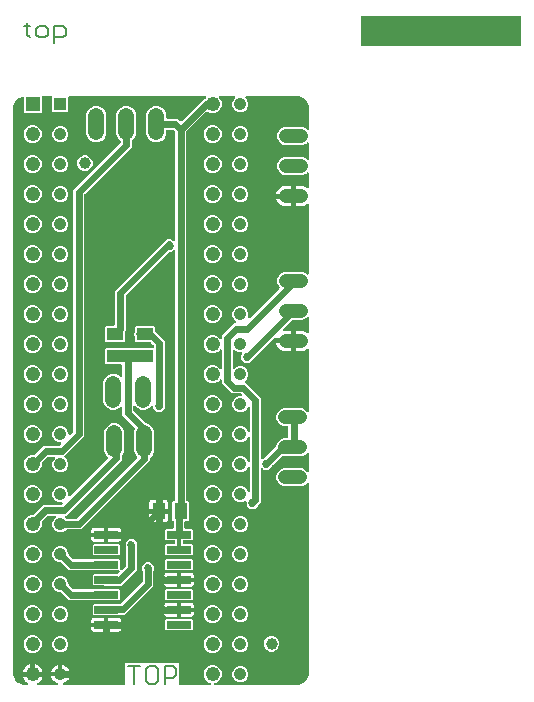
<source format=gbr>
G04 EAGLE Gerber RS-274X export*
G75*
%MOMM*%
%FSLAX34Y34*%
%LPD*%
%INTop Copper*%
%IPPOS*%
%AMOC8*
5,1,8,0,0,1.08239X$1,22.5*%
G01*
%ADD10R,1.219200X1.219200*%
%ADD11C,1.219200*%
%ADD12R,1.055600X1.055600*%
%ADD13C,1.055600*%
%ADD14R,1.397000X1.092200*%
%ADD15R,2.032000X0.660400*%
%ADD16C,0.203200*%
%ADD17C,0.177800*%
%ADD18R,13.652500X2.540000*%
%ADD19R,1.092200X1.397000*%
%ADD20C,1.000000*%
%ADD21C,1.371600*%
%ADD22C,1.219200*%
%ADD23C,1.016000*%
%ADD24C,0.609600*%
%ADD25C,0.152400*%
%ADD26C,0.254000*%
%ADD27C,0.300000*%
%ADD28C,0.705600*%
%ADD29C,0.685800*%
%ADD30C,0.304800*%

G36*
X16424Y4329D02*
X16424Y4329D01*
X16552Y4343D01*
X16565Y4349D01*
X16579Y4351D01*
X16696Y4403D01*
X16814Y4452D01*
X16825Y4461D01*
X16838Y4467D01*
X16936Y4550D01*
X17036Y4630D01*
X17044Y4642D01*
X17055Y4650D01*
X17126Y4757D01*
X17200Y4862D01*
X17205Y4876D01*
X17213Y4887D01*
X17251Y5010D01*
X17293Y5131D01*
X17294Y5145D01*
X17298Y5158D01*
X17302Y5287D01*
X17308Y5415D01*
X17305Y5428D01*
X17306Y5442D01*
X17273Y5567D01*
X17244Y5692D01*
X17237Y5704D01*
X17234Y5717D01*
X17168Y5828D01*
X17105Y5940D01*
X17096Y5949D01*
X17089Y5962D01*
X16881Y6156D01*
X16869Y6162D01*
X16861Y6170D01*
X15632Y6991D01*
X14429Y8194D01*
X13484Y9609D01*
X12833Y11181D01*
X12736Y11669D01*
X20121Y11669D01*
X20179Y11677D01*
X20238Y11675D01*
X20319Y11697D01*
X20403Y11709D01*
X20456Y11733D01*
X20513Y11747D01*
X20585Y11790D01*
X20662Y11825D01*
X20707Y11863D01*
X20757Y11893D01*
X20815Y11954D01*
X20879Y12009D01*
X20912Y12057D01*
X20952Y12100D01*
X20990Y12175D01*
X21037Y12245D01*
X21055Y12301D01*
X21081Y12353D01*
X21093Y12421D01*
X21123Y12516D01*
X21125Y12616D01*
X21137Y12684D01*
X21137Y13701D01*
X21138Y13701D01*
X21138Y12684D01*
X21147Y12626D01*
X21145Y12568D01*
X21166Y12486D01*
X21178Y12403D01*
X21202Y12349D01*
X21217Y12293D01*
X21260Y12220D01*
X21294Y12143D01*
X21332Y12098D01*
X21362Y12048D01*
X21424Y11990D01*
X21478Y11926D01*
X21527Y11894D01*
X21569Y11854D01*
X21645Y11815D01*
X21715Y11769D01*
X21771Y11751D01*
X21823Y11724D01*
X21891Y11713D01*
X21986Y11683D01*
X22086Y11680D01*
X22154Y11669D01*
X29539Y11669D01*
X29442Y11181D01*
X28791Y9609D01*
X27846Y8194D01*
X26643Y6991D01*
X25414Y6170D01*
X25318Y6084D01*
X25220Y6001D01*
X25212Y5990D01*
X25202Y5981D01*
X25134Y5872D01*
X25062Y5765D01*
X25058Y5752D01*
X25051Y5740D01*
X25015Y5616D01*
X24977Y5494D01*
X24976Y5480D01*
X24973Y5467D01*
X24973Y5338D01*
X24969Y5210D01*
X24973Y5196D01*
X24973Y5182D01*
X25009Y5059D01*
X25041Y4935D01*
X25048Y4923D01*
X25052Y4909D01*
X25121Y4801D01*
X25186Y4690D01*
X25197Y4681D01*
X25204Y4669D01*
X25300Y4584D01*
X25394Y4496D01*
X25406Y4489D01*
X25417Y4480D01*
X25532Y4425D01*
X25647Y4366D01*
X25659Y4364D01*
X25673Y4358D01*
X25954Y4311D01*
X25967Y4313D01*
X25978Y4311D01*
X41765Y4311D01*
X41850Y4323D01*
X41936Y4325D01*
X41990Y4343D01*
X42046Y4351D01*
X42125Y4386D01*
X42207Y4412D01*
X42254Y4444D01*
X42306Y4467D01*
X42371Y4522D01*
X42443Y4570D01*
X42479Y4614D01*
X42523Y4650D01*
X42570Y4722D01*
X42626Y4788D01*
X42649Y4840D01*
X42680Y4887D01*
X42706Y4969D01*
X42741Y5048D01*
X42749Y5104D01*
X42766Y5158D01*
X42768Y5244D01*
X42780Y5329D01*
X42772Y5385D01*
X42773Y5442D01*
X42752Y5525D01*
X42739Y5611D01*
X42716Y5662D01*
X42702Y5717D01*
X42658Y5791D01*
X42622Y5870D01*
X42585Y5913D01*
X42556Y5962D01*
X42494Y6021D01*
X42438Y6086D01*
X42396Y6112D01*
X42349Y6156D01*
X42220Y6222D01*
X42153Y6264D01*
X40929Y6771D01*
X39648Y7627D01*
X38559Y8716D01*
X37704Y9997D01*
X37114Y11419D01*
X37009Y11951D01*
X43898Y11951D01*
X43956Y11959D01*
X44015Y11957D01*
X44096Y11979D01*
X44180Y11991D01*
X44233Y12014D01*
X44290Y12029D01*
X44362Y12072D01*
X44439Y12107D01*
X44484Y12145D01*
X44534Y12174D01*
X44592Y12236D01*
X44636Y12273D01*
X44637Y12272D01*
X44691Y12208D01*
X44740Y12176D01*
X44783Y12136D01*
X44858Y12097D01*
X44928Y12050D01*
X44984Y12033D01*
X45036Y12006D01*
X45104Y11995D01*
X45199Y11965D01*
X45299Y11962D01*
X45367Y11951D01*
X52256Y11951D01*
X52151Y11419D01*
X51561Y9997D01*
X50706Y8716D01*
X49617Y7627D01*
X48336Y6771D01*
X47112Y6264D01*
X47038Y6220D01*
X46959Y6185D01*
X46916Y6148D01*
X46867Y6119D01*
X46808Y6057D01*
X46742Y6001D01*
X46711Y5954D01*
X46672Y5913D01*
X46632Y5836D01*
X46585Y5765D01*
X46567Y5711D01*
X46541Y5660D01*
X46525Y5576D01*
X46499Y5494D01*
X46497Y5437D01*
X46486Y5381D01*
X46494Y5296D01*
X46492Y5210D01*
X46506Y5155D01*
X46511Y5098D01*
X46542Y5018D01*
X46563Y4935D01*
X46592Y4886D01*
X46613Y4833D01*
X46665Y4764D01*
X46709Y4690D01*
X46750Y4651D01*
X46784Y4606D01*
X46853Y4554D01*
X46916Y4496D01*
X46967Y4470D01*
X47012Y4436D01*
X47092Y4405D01*
X47169Y4366D01*
X47218Y4358D01*
X47278Y4335D01*
X47423Y4324D01*
X47500Y4311D01*
X98362Y4311D01*
X98419Y4319D01*
X98478Y4317D01*
X98559Y4339D01*
X98643Y4351D01*
X98696Y4374D01*
X98753Y4389D01*
X98825Y4432D01*
X98902Y4467D01*
X98947Y4505D01*
X98997Y4534D01*
X99055Y4596D01*
X99119Y4650D01*
X99152Y4699D01*
X99192Y4742D01*
X99230Y4817D01*
X99277Y4887D01*
X99295Y4943D01*
X99321Y4995D01*
X99333Y5063D01*
X99363Y5158D01*
X99365Y5258D01*
X99377Y5326D01*
X99377Y23495D01*
X99377Y23496D01*
X145415Y23496D01*
X145416Y23495D01*
X145416Y5326D01*
X145424Y5268D01*
X145422Y5210D01*
X145444Y5128D01*
X145456Y5044D01*
X145479Y4991D01*
X145494Y4935D01*
X145537Y4862D01*
X145572Y4785D01*
X145610Y4740D01*
X145639Y4690D01*
X145701Y4632D01*
X145755Y4568D01*
X145804Y4536D01*
X145847Y4496D01*
X145922Y4457D01*
X145992Y4410D01*
X146048Y4393D01*
X146100Y4366D01*
X146168Y4355D01*
X146263Y4325D01*
X146363Y4322D01*
X146431Y4311D01*
X171187Y4311D01*
X171272Y4323D01*
X171358Y4325D01*
X171412Y4343D01*
X171469Y4351D01*
X171547Y4386D01*
X171629Y4412D01*
X171676Y4444D01*
X171728Y4467D01*
X171794Y4522D01*
X171865Y4570D01*
X171902Y4614D01*
X171945Y4650D01*
X171993Y4722D01*
X172048Y4788D01*
X172071Y4840D01*
X172103Y4887D01*
X172129Y4969D01*
X172164Y5048D01*
X172171Y5104D01*
X172189Y5158D01*
X172191Y5244D01*
X172203Y5329D01*
X172194Y5385D01*
X172196Y5442D01*
X172174Y5525D01*
X172162Y5610D01*
X172138Y5662D01*
X172124Y5717D01*
X172080Y5791D01*
X172045Y5870D01*
X172008Y5913D01*
X171979Y5962D01*
X171916Y6021D01*
X171860Y6086D01*
X171818Y6112D01*
X171771Y6156D01*
X171642Y6222D01*
X171576Y6264D01*
X169221Y7239D01*
X167077Y9383D01*
X165917Y12184D01*
X165917Y15216D01*
X167077Y18017D01*
X169221Y20161D01*
X172022Y21321D01*
X175053Y21321D01*
X177854Y20161D01*
X179998Y18017D01*
X181158Y15216D01*
X181158Y12184D01*
X179998Y9383D01*
X177854Y7239D01*
X175499Y6264D01*
X175425Y6220D01*
X175347Y6185D01*
X175303Y6148D01*
X175254Y6119D01*
X175195Y6057D01*
X175130Y6001D01*
X175098Y5954D01*
X175059Y5913D01*
X175020Y5836D01*
X174972Y5765D01*
X174955Y5711D01*
X174929Y5660D01*
X174912Y5576D01*
X174886Y5494D01*
X174885Y5437D01*
X174874Y5381D01*
X174881Y5296D01*
X174879Y5210D01*
X174894Y5155D01*
X174898Y5098D01*
X174929Y5018D01*
X174951Y4935D01*
X174980Y4886D01*
X175000Y4833D01*
X175052Y4764D01*
X175096Y4690D01*
X175138Y4651D01*
X175172Y4606D01*
X175241Y4554D01*
X175304Y4496D01*
X175354Y4470D01*
X175400Y4436D01*
X175480Y4405D01*
X175557Y4366D01*
X175605Y4358D01*
X175666Y4335D01*
X175810Y4324D01*
X175888Y4311D01*
X244388Y4311D01*
X244443Y4319D01*
X244487Y4316D01*
X246374Y4501D01*
X246651Y4569D01*
X246657Y4572D01*
X246663Y4574D01*
X250151Y6018D01*
X250177Y6034D01*
X250207Y6044D01*
X250270Y6089D01*
X250395Y6163D01*
X250440Y6210D01*
X250480Y6238D01*
X253149Y8908D01*
X253168Y8932D01*
X253191Y8952D01*
X253233Y9019D01*
X253320Y9135D01*
X253343Y9195D01*
X253369Y9237D01*
X254814Y12724D01*
X254885Y12999D01*
X254884Y13007D01*
X254886Y13013D01*
X255072Y14900D01*
X255070Y14957D01*
X255077Y15000D01*
X255077Y174792D01*
X255073Y174822D01*
X255075Y174851D01*
X255053Y174962D01*
X255037Y175074D01*
X255025Y175101D01*
X255019Y175129D01*
X254967Y175230D01*
X254921Y175333D01*
X254902Y175356D01*
X254888Y175382D01*
X254810Y175464D01*
X254737Y175550D01*
X254713Y175567D01*
X254692Y175588D01*
X254595Y175645D01*
X254500Y175708D01*
X254472Y175717D01*
X254447Y175732D01*
X254338Y175759D01*
X254229Y175794D01*
X254200Y175794D01*
X254172Y175802D01*
X254059Y175798D01*
X253945Y175801D01*
X253917Y175794D01*
X253887Y175793D01*
X253779Y175758D01*
X253670Y175729D01*
X253645Y175714D01*
X253617Y175705D01*
X253553Y175660D01*
X253426Y175584D01*
X253383Y175538D01*
X253344Y175510D01*
X251713Y173879D01*
X248912Y172719D01*
X233688Y172719D01*
X230887Y173879D01*
X228743Y176023D01*
X227583Y178824D01*
X227583Y181856D01*
X228743Y184657D01*
X230887Y186801D01*
X233688Y187961D01*
X248912Y187961D01*
X251713Y186801D01*
X253344Y185170D01*
X253367Y185152D01*
X253386Y185130D01*
X253480Y185067D01*
X253571Y184999D01*
X253598Y184988D01*
X253623Y184972D01*
X253731Y184938D01*
X253836Y184898D01*
X253866Y184895D01*
X253894Y184886D01*
X254007Y184883D01*
X254120Y184874D01*
X254148Y184880D01*
X254178Y184879D01*
X254287Y184908D01*
X254399Y184930D01*
X254425Y184943D01*
X254453Y184951D01*
X254550Y185009D01*
X254651Y185061D01*
X254672Y185081D01*
X254697Y185096D01*
X254775Y185179D01*
X254857Y185257D01*
X254872Y185282D01*
X254892Y185303D01*
X254943Y185404D01*
X255001Y185502D01*
X255008Y185530D01*
X255021Y185557D01*
X255034Y185634D01*
X255071Y185777D01*
X255069Y185840D01*
X255077Y185888D01*
X255077Y200192D01*
X255073Y200222D01*
X255075Y200251D01*
X255053Y200362D01*
X255037Y200474D01*
X255025Y200501D01*
X255019Y200529D01*
X254967Y200630D01*
X254921Y200733D01*
X254902Y200756D01*
X254888Y200782D01*
X254810Y200864D01*
X254737Y200950D01*
X254713Y200967D01*
X254692Y200988D01*
X254595Y201045D01*
X254500Y201108D01*
X254472Y201117D01*
X254447Y201132D01*
X254338Y201159D01*
X254229Y201194D01*
X254200Y201194D01*
X254172Y201202D01*
X254059Y201198D01*
X253945Y201201D01*
X253917Y201194D01*
X253887Y201193D01*
X253779Y201158D01*
X253670Y201129D01*
X253645Y201114D01*
X253617Y201105D01*
X253553Y201060D01*
X253426Y200984D01*
X253383Y200938D01*
X253344Y200910D01*
X251713Y199279D01*
X248912Y198119D01*
X233688Y198119D01*
X233044Y198386D01*
X233043Y198386D01*
X233041Y198387D01*
X232908Y198421D01*
X232769Y198457D01*
X232767Y198457D01*
X232766Y198457D01*
X232625Y198453D01*
X232485Y198449D01*
X232483Y198448D01*
X232482Y198448D01*
X232347Y198405D01*
X232214Y198362D01*
X232213Y198361D01*
X232211Y198361D01*
X232199Y198352D01*
X231978Y198204D01*
X231958Y198180D01*
X231938Y198166D01*
X224326Y190554D01*
X224274Y190485D01*
X224214Y190421D01*
X224188Y190371D01*
X224155Y190327D01*
X224124Y190245D01*
X224084Y190167D01*
X224076Y190120D01*
X224054Y190061D01*
X224042Y189914D01*
X224029Y189836D01*
X224029Y189718D01*
X221127Y186816D01*
X217023Y186816D01*
X216110Y187729D01*
X216086Y187747D01*
X216067Y187770D01*
X215973Y187832D01*
X215883Y187900D01*
X215855Y187911D01*
X215831Y187927D01*
X215723Y187961D01*
X215617Y188002D01*
X215588Y188004D01*
X215560Y188013D01*
X215446Y188016D01*
X215334Y188025D01*
X215305Y188019D01*
X215276Y188020D01*
X215166Y187992D01*
X215055Y187969D01*
X215029Y187956D01*
X215001Y187948D01*
X214903Y187891D01*
X214803Y187838D01*
X214781Y187818D01*
X214756Y187803D01*
X214679Y187721D01*
X214597Y187643D01*
X214582Y187617D01*
X214562Y187596D01*
X214510Y187495D01*
X214453Y187397D01*
X214446Y187369D01*
X214432Y187343D01*
X214419Y187265D01*
X214383Y187122D01*
X214385Y187059D01*
X214377Y187012D01*
X214377Y159142D01*
X212515Y157280D01*
X212463Y157210D01*
X212403Y157147D01*
X212377Y157097D01*
X212344Y157053D01*
X212313Y156971D01*
X212273Y156893D01*
X212265Y156846D01*
X212243Y156787D01*
X212231Y156640D01*
X212218Y156562D01*
X212218Y156444D01*
X209316Y153542D01*
X205212Y153542D01*
X202310Y156444D01*
X202310Y159403D01*
X202294Y159517D01*
X202284Y159632D01*
X202274Y159657D01*
X202270Y159685D01*
X202223Y159790D01*
X202182Y159897D01*
X202166Y159919D01*
X202154Y159944D01*
X202080Y160032D01*
X202011Y160124D01*
X201988Y160140D01*
X201971Y160161D01*
X201875Y160225D01*
X201783Y160294D01*
X201757Y160304D01*
X201734Y160319D01*
X201624Y160354D01*
X201517Y160394D01*
X201489Y160396D01*
X201463Y160405D01*
X201348Y160408D01*
X201234Y160417D01*
X201209Y160411D01*
X201179Y160412D01*
X200922Y160345D01*
X200906Y160341D01*
X198386Y159297D01*
X195679Y159297D01*
X193179Y160333D01*
X191265Y162246D01*
X190230Y164747D01*
X190230Y167453D01*
X191265Y169954D01*
X193179Y171867D01*
X195679Y172903D01*
X198386Y172903D01*
X200886Y171867D01*
X202800Y169953D01*
X203278Y168798D01*
X203322Y168724D01*
X203357Y168646D01*
X203394Y168602D01*
X203423Y168553D01*
X203485Y168494D01*
X203541Y168429D01*
X203588Y168397D01*
X203629Y168358D01*
X203706Y168319D01*
X203777Y168271D01*
X203831Y168254D01*
X203882Y168228D01*
X203966Y168211D01*
X204048Y168186D01*
X204105Y168184D01*
X204161Y168173D01*
X204246Y168180D01*
X204332Y168178D01*
X204387Y168193D01*
X204444Y168197D01*
X204525Y168228D01*
X204607Y168250D01*
X204656Y168279D01*
X204709Y168300D01*
X204778Y168351D01*
X204852Y168395D01*
X204891Y168437D01*
X204936Y168471D01*
X204988Y168540D01*
X205046Y168603D01*
X205072Y168653D01*
X205106Y168699D01*
X205137Y168779D01*
X205176Y168856D01*
X205184Y168905D01*
X205207Y168965D01*
X205218Y169109D01*
X205231Y169187D01*
X205231Y188413D01*
X205219Y188498D01*
X205217Y188584D01*
X205199Y188638D01*
X205191Y188695D01*
X205156Y188773D01*
X205130Y188855D01*
X205098Y188902D01*
X205075Y188954D01*
X205020Y189020D01*
X204972Y189091D01*
X204928Y189128D01*
X204892Y189171D01*
X204820Y189219D01*
X204754Y189274D01*
X204702Y189297D01*
X204655Y189329D01*
X204573Y189355D01*
X204494Y189390D01*
X204438Y189397D01*
X204384Y189414D01*
X204298Y189417D01*
X204213Y189428D01*
X204157Y189420D01*
X204100Y189422D01*
X204017Y189400D01*
X203931Y189388D01*
X203880Y189364D01*
X203825Y189350D01*
X203751Y189306D01*
X203672Y189271D01*
X203629Y189234D01*
X203580Y189205D01*
X203521Y189142D01*
X203456Y189086D01*
X203430Y189044D01*
X203386Y188997D01*
X203320Y188868D01*
X203278Y188802D01*
X202800Y187647D01*
X200886Y185733D01*
X198386Y184697D01*
X195679Y184697D01*
X193179Y185733D01*
X191265Y187646D01*
X190230Y190147D01*
X190230Y192853D01*
X191265Y195354D01*
X193179Y197267D01*
X195679Y198303D01*
X198386Y198303D01*
X200886Y197267D01*
X202800Y195353D01*
X203278Y194198D01*
X203322Y194124D01*
X203357Y194046D01*
X203394Y194002D01*
X203423Y193953D01*
X203485Y193894D01*
X203541Y193829D01*
X203588Y193797D01*
X203629Y193758D01*
X203706Y193719D01*
X203777Y193671D01*
X203831Y193654D01*
X203882Y193628D01*
X203966Y193611D01*
X204048Y193586D01*
X204105Y193584D01*
X204161Y193573D01*
X204246Y193580D01*
X204332Y193578D01*
X204387Y193593D01*
X204444Y193597D01*
X204525Y193628D01*
X204607Y193650D01*
X204656Y193679D01*
X204709Y193700D01*
X204778Y193751D01*
X204852Y193795D01*
X204891Y193837D01*
X204936Y193871D01*
X204988Y193940D01*
X205046Y194003D01*
X205072Y194053D01*
X205106Y194099D01*
X205137Y194179D01*
X205176Y194256D01*
X205184Y194305D01*
X205207Y194365D01*
X205218Y194509D01*
X205231Y194587D01*
X205231Y213813D01*
X205219Y213898D01*
X205217Y213984D01*
X205199Y214038D01*
X205191Y214095D01*
X205156Y214173D01*
X205130Y214255D01*
X205098Y214302D01*
X205075Y214354D01*
X205020Y214420D01*
X204972Y214491D01*
X204928Y214528D01*
X204892Y214571D01*
X204820Y214619D01*
X204754Y214674D01*
X204702Y214697D01*
X204655Y214729D01*
X204573Y214755D01*
X204494Y214790D01*
X204438Y214797D01*
X204384Y214814D01*
X204298Y214817D01*
X204213Y214828D01*
X204157Y214820D01*
X204100Y214822D01*
X204017Y214800D01*
X203931Y214788D01*
X203880Y214764D01*
X203825Y214750D01*
X203751Y214706D01*
X203672Y214671D01*
X203629Y214634D01*
X203580Y214605D01*
X203521Y214542D01*
X203456Y214486D01*
X203430Y214444D01*
X203386Y214397D01*
X203320Y214268D01*
X203278Y214202D01*
X202800Y213047D01*
X200886Y211133D01*
X198386Y210097D01*
X195679Y210097D01*
X193179Y211133D01*
X191265Y213046D01*
X190230Y215547D01*
X190230Y218253D01*
X191265Y220754D01*
X193179Y222667D01*
X195679Y223703D01*
X198386Y223703D01*
X200886Y222667D01*
X202800Y220753D01*
X203278Y219598D01*
X203322Y219524D01*
X203357Y219446D01*
X203394Y219402D01*
X203423Y219353D01*
X203485Y219294D01*
X203541Y219229D01*
X203588Y219197D01*
X203629Y219158D01*
X203706Y219119D01*
X203777Y219071D01*
X203831Y219054D01*
X203882Y219028D01*
X203966Y219011D01*
X204048Y218986D01*
X204105Y218984D01*
X204161Y218973D01*
X204246Y218980D01*
X204332Y218978D01*
X204387Y218993D01*
X204444Y218997D01*
X204525Y219028D01*
X204607Y219050D01*
X204656Y219079D01*
X204709Y219100D01*
X204778Y219151D01*
X204852Y219195D01*
X204891Y219237D01*
X204936Y219271D01*
X204988Y219340D01*
X205046Y219403D01*
X205072Y219453D01*
X205106Y219499D01*
X205137Y219579D01*
X205176Y219656D01*
X205184Y219705D01*
X205207Y219765D01*
X205218Y219909D01*
X205231Y219987D01*
X205231Y239213D01*
X205219Y239298D01*
X205217Y239384D01*
X205199Y239438D01*
X205191Y239495D01*
X205156Y239573D01*
X205130Y239655D01*
X205098Y239702D01*
X205075Y239754D01*
X205020Y239820D01*
X204972Y239891D01*
X204928Y239928D01*
X204892Y239971D01*
X204820Y240019D01*
X204754Y240074D01*
X204702Y240097D01*
X204655Y240129D01*
X204573Y240155D01*
X204494Y240190D01*
X204438Y240197D01*
X204384Y240215D01*
X204298Y240217D01*
X204213Y240228D01*
X204157Y240220D01*
X204100Y240222D01*
X204017Y240200D01*
X203931Y240188D01*
X203880Y240164D01*
X203825Y240150D01*
X203751Y240106D01*
X203672Y240071D01*
X203629Y240034D01*
X203580Y240005D01*
X203521Y239942D01*
X203456Y239886D01*
X203430Y239844D01*
X203386Y239797D01*
X203320Y239668D01*
X203278Y239602D01*
X202800Y238446D01*
X200886Y236533D01*
X198386Y235497D01*
X195679Y235497D01*
X193179Y236533D01*
X191265Y238446D01*
X190230Y240947D01*
X190230Y243653D01*
X191265Y246154D01*
X193179Y248067D01*
X195679Y249103D01*
X197655Y249103D01*
X197685Y249107D01*
X197714Y249104D01*
X197825Y249127D01*
X197937Y249143D01*
X197964Y249155D01*
X197992Y249160D01*
X198093Y249212D01*
X198196Y249259D01*
X198219Y249278D01*
X198245Y249291D01*
X198327Y249369D01*
X198413Y249442D01*
X198430Y249467D01*
X198451Y249487D01*
X198508Y249585D01*
X198571Y249679D01*
X198580Y249707D01*
X198595Y249732D01*
X198623Y249842D01*
X198657Y249950D01*
X198657Y249979D01*
X198665Y250008D01*
X198661Y250121D01*
X198664Y250234D01*
X198657Y250263D01*
X198656Y250292D01*
X198621Y250400D01*
X198592Y250509D01*
X198577Y250535D01*
X198568Y250563D01*
X198523Y250626D01*
X198447Y250754D01*
X198401Y250797D01*
X198373Y250836D01*
X198047Y251162D01*
X197977Y251214D01*
X197914Y251274D01*
X197864Y251300D01*
X197820Y251333D01*
X197738Y251364D01*
X197660Y251404D01*
X197613Y251412D01*
X197554Y251434D01*
X197407Y251446D01*
X197329Y251459D01*
X190130Y251459D01*
X181355Y260234D01*
X181355Y262289D01*
X181351Y262319D01*
X181354Y262348D01*
X181331Y262459D01*
X181315Y262571D01*
X181303Y262598D01*
X181298Y262626D01*
X181245Y262727D01*
X181199Y262830D01*
X181180Y262853D01*
X181167Y262879D01*
X181089Y262961D01*
X181016Y263047D01*
X180991Y263064D01*
X180971Y263085D01*
X180873Y263142D01*
X180779Y263205D01*
X180751Y263214D01*
X180726Y263229D01*
X180616Y263256D01*
X180508Y263291D01*
X180478Y263291D01*
X180450Y263299D01*
X180337Y263295D01*
X180224Y263298D01*
X180195Y263291D01*
X180166Y263290D01*
X180058Y263255D01*
X179949Y263226D01*
X179923Y263211D01*
X179895Y263202D01*
X179832Y263157D01*
X179704Y263081D01*
X179661Y263035D01*
X179622Y263007D01*
X177854Y261239D01*
X175053Y260079D01*
X172022Y260079D01*
X169221Y261239D01*
X167077Y263383D01*
X165917Y266184D01*
X165917Y269216D01*
X167077Y272017D01*
X169221Y274161D01*
X172022Y275321D01*
X175053Y275321D01*
X177854Y274161D01*
X179622Y272393D01*
X179646Y272375D01*
X179665Y272353D01*
X179759Y272290D01*
X179849Y272222D01*
X179877Y272211D01*
X179901Y272195D01*
X180009Y272161D01*
X180115Y272121D01*
X180144Y272118D01*
X180172Y272109D01*
X180286Y272106D01*
X180398Y272097D01*
X180427Y272103D01*
X180456Y272102D01*
X180566Y272131D01*
X180677Y272153D01*
X180703Y272166D01*
X180731Y272174D01*
X180829Y272232D01*
X180929Y272284D01*
X180951Y272304D01*
X180976Y272319D01*
X181053Y272402D01*
X181135Y272480D01*
X181150Y272505D01*
X181170Y272526D01*
X181222Y272627D01*
X181279Y272725D01*
X181286Y272753D01*
X181300Y272780D01*
X181313Y272857D01*
X181349Y273000D01*
X181347Y273063D01*
X181355Y273111D01*
X181355Y287689D01*
X181351Y287719D01*
X181354Y287748D01*
X181331Y287859D01*
X181315Y287971D01*
X181303Y287998D01*
X181298Y288026D01*
X181245Y288127D01*
X181199Y288230D01*
X181180Y288253D01*
X181167Y288279D01*
X181089Y288361D01*
X181016Y288447D01*
X180991Y288464D01*
X180971Y288485D01*
X180873Y288542D01*
X180779Y288605D01*
X180751Y288614D01*
X180726Y288629D01*
X180616Y288656D01*
X180508Y288691D01*
X180478Y288691D01*
X180450Y288699D01*
X180337Y288695D01*
X180224Y288698D01*
X180195Y288691D01*
X180166Y288690D01*
X180058Y288655D01*
X179949Y288626D01*
X179923Y288611D01*
X179895Y288602D01*
X179832Y288557D01*
X179704Y288481D01*
X179661Y288435D01*
X179622Y288407D01*
X177854Y286639D01*
X175053Y285479D01*
X172022Y285479D01*
X169221Y286639D01*
X167077Y288783D01*
X165917Y291584D01*
X165917Y294616D01*
X167077Y297417D01*
X169221Y299561D01*
X172022Y300721D01*
X175053Y300721D01*
X177854Y299561D01*
X179622Y297793D01*
X179646Y297775D01*
X179665Y297753D01*
X179759Y297690D01*
X179849Y297622D01*
X179877Y297611D01*
X179901Y297595D01*
X180009Y297561D01*
X180115Y297521D01*
X180144Y297518D01*
X180172Y297509D01*
X180286Y297506D01*
X180398Y297497D01*
X180427Y297503D01*
X180456Y297502D01*
X180566Y297531D01*
X180677Y297553D01*
X180703Y297566D01*
X180731Y297574D01*
X180829Y297632D01*
X180929Y297684D01*
X180951Y297704D01*
X180976Y297719D01*
X181053Y297802D01*
X181135Y297880D01*
X181150Y297905D01*
X181170Y297926D01*
X181222Y298027D01*
X181279Y298125D01*
X181286Y298153D01*
X181300Y298180D01*
X181313Y298257D01*
X181349Y298400D01*
X181347Y298463D01*
X181355Y298511D01*
X181355Y300598D01*
X191654Y310897D01*
X192564Y310897D01*
X192593Y310901D01*
X192623Y310898D01*
X192734Y310921D01*
X192846Y310937D01*
X192872Y310949D01*
X192901Y310954D01*
X193002Y311007D01*
X193105Y311053D01*
X193128Y311072D01*
X193154Y311085D01*
X193236Y311163D01*
X193322Y311236D01*
X193338Y311261D01*
X193360Y311281D01*
X193417Y311379D01*
X193480Y311473D01*
X193489Y311501D01*
X193503Y311526D01*
X193531Y311636D01*
X193566Y311744D01*
X193566Y311774D01*
X193573Y311802D01*
X193570Y311915D01*
X193573Y312028D01*
X193565Y312057D01*
X193564Y312086D01*
X193530Y312194D01*
X193501Y312303D01*
X193486Y312329D01*
X193477Y312357D01*
X193431Y312420D01*
X193356Y312548D01*
X193338Y312565D01*
X193336Y312567D01*
X193308Y312594D01*
X193282Y312630D01*
X191265Y314647D01*
X190230Y317147D01*
X190230Y319853D01*
X191265Y322354D01*
X193179Y324267D01*
X195679Y325303D01*
X198386Y325303D01*
X200886Y324267D01*
X202800Y322354D01*
X203835Y319853D01*
X203835Y317147D01*
X203517Y316378D01*
X203495Y316295D01*
X203465Y316214D01*
X203462Y316184D01*
X203455Y316160D01*
X203454Y316135D01*
X203446Y316102D01*
X203448Y316017D01*
X203441Y315931D01*
X203448Y315897D01*
X203447Y315876D01*
X203453Y315855D01*
X203454Y315818D01*
X203480Y315736D01*
X203497Y315652D01*
X203515Y315618D01*
X203519Y315601D01*
X203528Y315586D01*
X203540Y315548D01*
X203588Y315476D01*
X203628Y315400D01*
X203657Y315369D01*
X203664Y315357D01*
X203675Y315347D01*
X203699Y315311D01*
X203765Y315256D01*
X203824Y315194D01*
X203862Y315171D01*
X203872Y315162D01*
X203883Y315156D01*
X203916Y315128D01*
X203995Y315094D01*
X204069Y315050D01*
X204113Y315039D01*
X204125Y315033D01*
X204136Y315031D01*
X204176Y315013D01*
X204261Y315001D01*
X204345Y314980D01*
X204401Y314982D01*
X204458Y314974D01*
X204543Y314986D01*
X204629Y314989D01*
X204683Y315006D01*
X204739Y315015D01*
X204817Y315050D01*
X204899Y315076D01*
X204939Y315105D01*
X204998Y315132D01*
X205109Y315226D01*
X205172Y315271D01*
X230119Y340217D01*
X230154Y340264D01*
X230196Y340304D01*
X230239Y340377D01*
X230289Y340445D01*
X230310Y340499D01*
X230340Y340550D01*
X230361Y340631D01*
X230391Y340710D01*
X230395Y340769D01*
X230410Y340825D01*
X230407Y340909D01*
X230414Y340994D01*
X230403Y341051D01*
X230401Y341109D01*
X230375Y341190D01*
X230358Y341272D01*
X230331Y341324D01*
X230313Y341380D01*
X230273Y341436D01*
X230227Y341525D01*
X230159Y341597D01*
X230119Y341653D01*
X229378Y342393D01*
X228218Y345194D01*
X228218Y348226D01*
X229378Y351027D01*
X231522Y353171D01*
X234323Y354331D01*
X249547Y354331D01*
X252348Y353171D01*
X253344Y352175D01*
X253367Y352157D01*
X253386Y352135D01*
X253480Y352072D01*
X253571Y352004D01*
X253598Y351993D01*
X253623Y351977D01*
X253731Y351943D01*
X253836Y351903D01*
X253866Y351900D01*
X253894Y351891D01*
X254007Y351888D01*
X254120Y351879D01*
X254148Y351885D01*
X254178Y351884D01*
X254287Y351913D01*
X254399Y351935D01*
X254425Y351948D01*
X254453Y351956D01*
X254550Y352014D01*
X254651Y352066D01*
X254672Y352086D01*
X254697Y352101D01*
X254775Y352184D01*
X254857Y352262D01*
X254872Y352287D01*
X254892Y352308D01*
X254943Y352409D01*
X255001Y352507D01*
X255008Y352535D01*
X255021Y352562D01*
X255034Y352639D01*
X255071Y352782D01*
X255069Y352845D01*
X255077Y352893D01*
X255077Y410886D01*
X255067Y410958D01*
X255067Y411030D01*
X255047Y411098D01*
X255037Y411168D01*
X255007Y411233D01*
X254987Y411303D01*
X254950Y411363D01*
X254921Y411427D01*
X254874Y411482D01*
X254835Y411543D01*
X254783Y411590D01*
X254737Y411644D01*
X254677Y411684D01*
X254623Y411732D01*
X254559Y411762D01*
X254500Y411802D01*
X254432Y411823D01*
X254366Y411855D01*
X254297Y411866D01*
X254229Y411887D01*
X254157Y411889D01*
X254086Y411901D01*
X254016Y411893D01*
X253945Y411895D01*
X253875Y411876D01*
X253804Y411868D01*
X253749Y411843D01*
X253670Y411823D01*
X253567Y411762D01*
X253497Y411730D01*
X252122Y410811D01*
X250550Y410160D01*
X248882Y409828D01*
X243966Y409828D01*
X243966Y417449D01*
X243958Y417507D01*
X243960Y417565D01*
X243938Y417647D01*
X243926Y417730D01*
X243902Y417784D01*
X243888Y417840D01*
X243845Y417913D01*
X243810Y417990D01*
X243772Y418034D01*
X243742Y418085D01*
X243681Y418142D01*
X243626Y418207D01*
X243578Y418239D01*
X243535Y418279D01*
X243460Y418318D01*
X243390Y418364D01*
X243334Y418382D01*
X243282Y418409D01*
X243214Y418420D01*
X243119Y418450D01*
X243019Y418453D01*
X242951Y418464D01*
X241934Y418464D01*
X241934Y418466D01*
X242951Y418466D01*
X243009Y418474D01*
X243067Y418473D01*
X243149Y418494D01*
X243232Y418506D01*
X243286Y418530D01*
X243342Y418544D01*
X243415Y418587D01*
X243492Y418622D01*
X243537Y418660D01*
X243587Y418690D01*
X243645Y418751D01*
X243709Y418806D01*
X243741Y418854D01*
X243781Y418897D01*
X243820Y418972D01*
X243866Y419042D01*
X243884Y419098D01*
X243911Y419150D01*
X243922Y419218D01*
X243952Y419313D01*
X243955Y419413D01*
X243966Y419481D01*
X243966Y427102D01*
X248882Y427102D01*
X250550Y426770D01*
X252122Y426119D01*
X253497Y425200D01*
X253563Y425168D01*
X253623Y425128D01*
X253690Y425107D01*
X253754Y425076D01*
X253825Y425064D01*
X253894Y425043D01*
X253964Y425041D01*
X254034Y425029D01*
X254106Y425037D01*
X254178Y425035D01*
X254246Y425053D01*
X254316Y425061D01*
X254383Y425089D01*
X254453Y425107D01*
X254514Y425143D01*
X254579Y425170D01*
X254635Y425215D01*
X254697Y425252D01*
X254746Y425304D01*
X254801Y425348D01*
X254842Y425407D01*
X254892Y425460D01*
X254924Y425523D01*
X254965Y425580D01*
X254988Y425648D01*
X255021Y425713D01*
X255031Y425772D01*
X255058Y425849D01*
X255064Y425969D01*
X255077Y426044D01*
X255077Y437682D01*
X255073Y437712D01*
X255075Y437741D01*
X255053Y437852D01*
X255037Y437964D01*
X255025Y437991D01*
X255019Y438019D01*
X254967Y438120D01*
X254921Y438223D01*
X254902Y438246D01*
X254888Y438272D01*
X254810Y438354D01*
X254737Y438440D01*
X254713Y438457D01*
X254692Y438478D01*
X254595Y438535D01*
X254500Y438598D01*
X254472Y438607D01*
X254447Y438622D01*
X254338Y438649D01*
X254229Y438684D01*
X254200Y438684D01*
X254172Y438692D01*
X254059Y438688D01*
X253945Y438691D01*
X253917Y438684D01*
X253887Y438683D01*
X253779Y438648D01*
X253670Y438619D01*
X253645Y438604D01*
X253617Y438595D01*
X253553Y438550D01*
X253426Y438474D01*
X253383Y438428D01*
X253344Y438400D01*
X252348Y437404D01*
X249547Y436244D01*
X234323Y436244D01*
X231522Y437404D01*
X229378Y439548D01*
X228218Y442349D01*
X228218Y445381D01*
X229378Y448182D01*
X231522Y450326D01*
X234323Y451486D01*
X249547Y451486D01*
X252348Y450326D01*
X253344Y449330D01*
X253367Y449312D01*
X253386Y449290D01*
X253480Y449227D01*
X253571Y449159D01*
X253598Y449148D01*
X253623Y449132D01*
X253731Y449098D01*
X253836Y449058D01*
X253866Y449055D01*
X253894Y449046D01*
X254007Y449043D01*
X254120Y449034D01*
X254148Y449040D01*
X254178Y449039D01*
X254287Y449068D01*
X254399Y449090D01*
X254425Y449103D01*
X254453Y449111D01*
X254550Y449169D01*
X254651Y449221D01*
X254672Y449241D01*
X254697Y449256D01*
X254775Y449339D01*
X254857Y449417D01*
X254872Y449442D01*
X254892Y449463D01*
X254943Y449564D01*
X255001Y449662D01*
X255008Y449690D01*
X255021Y449717D01*
X255034Y449794D01*
X255071Y449937D01*
X255069Y450000D01*
X255077Y450048D01*
X255077Y463082D01*
X255073Y463112D01*
X255075Y463141D01*
X255053Y463252D01*
X255037Y463364D01*
X255025Y463391D01*
X255019Y463419D01*
X254967Y463520D01*
X254921Y463623D01*
X254902Y463646D01*
X254888Y463672D01*
X254810Y463754D01*
X254737Y463840D01*
X254713Y463857D01*
X254692Y463878D01*
X254595Y463935D01*
X254500Y463998D01*
X254472Y464007D01*
X254447Y464022D01*
X254338Y464049D01*
X254229Y464084D01*
X254200Y464084D01*
X254172Y464092D01*
X254059Y464088D01*
X253945Y464091D01*
X253917Y464084D01*
X253887Y464083D01*
X253779Y464048D01*
X253670Y464019D01*
X253645Y464004D01*
X253617Y463995D01*
X253553Y463950D01*
X253426Y463874D01*
X253383Y463828D01*
X253344Y463800D01*
X252348Y462804D01*
X249547Y461644D01*
X234323Y461644D01*
X231522Y462804D01*
X229378Y464948D01*
X228218Y467749D01*
X228218Y470781D01*
X229378Y473582D01*
X231522Y475726D01*
X234323Y476886D01*
X249547Y476886D01*
X252348Y475726D01*
X253344Y474730D01*
X253367Y474712D01*
X253386Y474690D01*
X253480Y474627D01*
X253571Y474559D01*
X253598Y474548D01*
X253623Y474532D01*
X253731Y474498D01*
X253836Y474458D01*
X253866Y474455D01*
X253894Y474446D01*
X254007Y474443D01*
X254120Y474434D01*
X254148Y474440D01*
X254178Y474439D01*
X254287Y474468D01*
X254399Y474490D01*
X254425Y474503D01*
X254453Y474511D01*
X254550Y474569D01*
X254651Y474621D01*
X254672Y474641D01*
X254697Y474656D01*
X254775Y474739D01*
X254857Y474817D01*
X254872Y474842D01*
X254892Y474863D01*
X254943Y474964D01*
X255001Y475062D01*
X255008Y475090D01*
X255021Y475117D01*
X255034Y475194D01*
X255071Y475337D01*
X255069Y475400D01*
X255077Y475448D01*
X255077Y492500D01*
X255069Y492556D01*
X255072Y492599D01*
X254886Y494487D01*
X254819Y494763D01*
X254815Y494770D01*
X254814Y494776D01*
X253369Y498263D01*
X253353Y498290D01*
X253344Y498319D01*
X253298Y498383D01*
X253225Y498508D01*
X253178Y498552D01*
X253149Y498592D01*
X250480Y501262D01*
X250455Y501280D01*
X250435Y501304D01*
X250368Y501345D01*
X250253Y501432D01*
X250193Y501455D01*
X250151Y501482D01*
X246663Y502926D01*
X246388Y502997D01*
X246381Y502997D01*
X246374Y502999D01*
X244487Y503184D01*
X244431Y503182D01*
X244388Y503189D01*
X202215Y503189D01*
X202186Y503185D01*
X202156Y503188D01*
X202045Y503165D01*
X201933Y503149D01*
X201907Y503137D01*
X201878Y503132D01*
X201777Y503079D01*
X201674Y503033D01*
X201651Y503014D01*
X201625Y503001D01*
X201543Y502923D01*
X201457Y502850D01*
X201441Y502825D01*
X201419Y502805D01*
X201362Y502707D01*
X201299Y502613D01*
X201290Y502585D01*
X201276Y502560D01*
X201248Y502450D01*
X201213Y502342D01*
X201213Y502312D01*
X201206Y502284D01*
X201209Y502171D01*
X201206Y502058D01*
X201214Y502029D01*
X201215Y502000D01*
X201249Y501892D01*
X201278Y501783D01*
X201293Y501757D01*
X201302Y501729D01*
X201348Y501665D01*
X201423Y501538D01*
X201469Y501495D01*
X201497Y501456D01*
X202800Y500153D01*
X203835Y497653D01*
X203835Y494947D01*
X202800Y492446D01*
X200886Y490533D01*
X198386Y489497D01*
X195679Y489497D01*
X193179Y490533D01*
X191265Y492446D01*
X190230Y494947D01*
X190230Y497653D01*
X191265Y500153D01*
X192568Y501456D01*
X192586Y501480D01*
X192608Y501499D01*
X192671Y501593D01*
X192739Y501683D01*
X192749Y501711D01*
X192766Y501735D01*
X192800Y501843D01*
X192840Y501949D01*
X192843Y501978D01*
X192852Y502006D01*
X192854Y502120D01*
X192864Y502232D01*
X192858Y502261D01*
X192859Y502290D01*
X192830Y502400D01*
X192808Y502511D01*
X192794Y502537D01*
X192787Y502565D01*
X192729Y502663D01*
X192677Y502763D01*
X192657Y502785D01*
X192642Y502810D01*
X192559Y502887D01*
X192481Y502969D01*
X192456Y502984D01*
X192434Y503004D01*
X192334Y503056D01*
X192236Y503113D01*
X192207Y503120D01*
X192181Y503134D01*
X192104Y503147D01*
X191960Y503183D01*
X191898Y503181D01*
X191850Y503189D01*
X179877Y503189D01*
X179847Y503185D01*
X179818Y503188D01*
X179707Y503165D01*
X179595Y503149D01*
X179568Y503137D01*
X179540Y503132D01*
X179439Y503079D01*
X179336Y503033D01*
X179313Y503014D01*
X179287Y503001D01*
X179205Y502923D01*
X179119Y502850D01*
X179102Y502825D01*
X179081Y502805D01*
X179024Y502707D01*
X178961Y502613D01*
X178952Y502585D01*
X178937Y502560D01*
X178909Y502450D01*
X178875Y502342D01*
X178875Y502312D01*
X178867Y502284D01*
X178871Y502171D01*
X178868Y502058D01*
X178875Y502029D01*
X178876Y502000D01*
X178911Y501892D01*
X178940Y501783D01*
X178955Y501757D01*
X178964Y501729D01*
X179009Y501665D01*
X179085Y501538D01*
X179131Y501495D01*
X179159Y501456D01*
X179998Y500617D01*
X181158Y497816D01*
X181158Y494784D01*
X179998Y491983D01*
X177854Y489839D01*
X175053Y488679D01*
X172022Y488679D01*
X169138Y489874D01*
X169107Y489897D01*
X169052Y489918D01*
X169002Y489948D01*
X168920Y489968D01*
X168842Y489998D01*
X168783Y490003D01*
X168726Y490018D01*
X168642Y490015D01*
X168558Y490022D01*
X168501Y490010D01*
X168442Y490009D01*
X168362Y489983D01*
X168280Y489966D01*
X168227Y489939D01*
X168171Y489921D01*
X168115Y489881D01*
X168027Y489835D01*
X167954Y489766D01*
X167898Y489726D01*
X151428Y473256D01*
X151376Y473186D01*
X151316Y473123D01*
X151290Y473073D01*
X151257Y473029D01*
X151226Y472947D01*
X151186Y472869D01*
X151178Y472822D01*
X151156Y472763D01*
X151144Y472616D01*
X151131Y472538D01*
X151131Y161290D01*
X151139Y161232D01*
X151137Y161174D01*
X151159Y161092D01*
X151171Y161008D01*
X151194Y160955D01*
X151209Y160899D01*
X151252Y160826D01*
X151287Y160749D01*
X151325Y160704D01*
X151354Y160654D01*
X151416Y160596D01*
X151470Y160532D01*
X151519Y160500D01*
X151562Y160460D01*
X151637Y160421D01*
X151707Y160374D01*
X151763Y160357D01*
X151815Y160330D01*
X151883Y160319D01*
X151978Y160289D01*
X152078Y160286D01*
X152146Y160275D01*
X152651Y160275D01*
X153544Y159382D01*
X153544Y144148D01*
X152651Y143255D01*
X150622Y143255D01*
X150564Y143247D01*
X150506Y143249D01*
X150424Y143227D01*
X150340Y143215D01*
X150287Y143192D01*
X150231Y143177D01*
X150158Y143134D01*
X150081Y143099D01*
X150036Y143061D01*
X149986Y143032D01*
X149928Y142970D01*
X149864Y142916D01*
X149832Y142867D01*
X149792Y142824D01*
X149753Y142749D01*
X149706Y142679D01*
X149689Y142623D01*
X149662Y142571D01*
X149651Y142503D01*
X149621Y142408D01*
X149618Y142308D01*
X149607Y142240D01*
X149607Y137604D01*
X149615Y137547D01*
X149613Y137488D01*
X149635Y137407D01*
X149647Y137323D01*
X149670Y137270D01*
X149685Y137213D01*
X149728Y137141D01*
X149763Y137064D01*
X149801Y137019D01*
X149830Y136969D01*
X149892Y136911D01*
X149946Y136847D01*
X149995Y136814D01*
X150038Y136774D01*
X150113Y136736D01*
X150183Y136689D01*
X150239Y136671D01*
X150291Y136645D01*
X150359Y136633D01*
X150454Y136603D01*
X150554Y136601D01*
X150622Y136589D01*
X155826Y136589D01*
X156719Y135696D01*
X156719Y127829D01*
X155826Y126936D01*
X149074Y126936D01*
X149016Y126928D01*
X148958Y126929D01*
X148876Y126908D01*
X148792Y126896D01*
X148739Y126872D01*
X148683Y126857D01*
X148610Y126814D01*
X148533Y126780D01*
X148488Y126742D01*
X148438Y126712D01*
X148380Y126650D01*
X148316Y126596D01*
X148284Y126547D01*
X148244Y126505D01*
X148205Y126430D01*
X148158Y126359D01*
X148141Y126304D01*
X148114Y126252D01*
X148103Y126184D01*
X148073Y126088D01*
X148070Y125989D01*
X148059Y125921D01*
X148059Y124904D01*
X148067Y124847D01*
X148065Y124788D01*
X148087Y124707D01*
X148099Y124623D01*
X148122Y124570D01*
X148137Y124513D01*
X148180Y124441D01*
X148215Y124364D01*
X148253Y124319D01*
X148282Y124269D01*
X148344Y124211D01*
X148398Y124147D01*
X148447Y124114D01*
X148490Y124074D01*
X148565Y124036D01*
X148635Y123989D01*
X148691Y123971D01*
X148743Y123945D01*
X148811Y123933D01*
X148906Y123903D01*
X149006Y123901D01*
X149074Y123889D01*
X155826Y123889D01*
X156719Y122996D01*
X156719Y115129D01*
X155826Y114236D01*
X134242Y114236D01*
X133349Y115129D01*
X133349Y122996D01*
X134242Y123889D01*
X140994Y123889D01*
X141052Y123897D01*
X141110Y123896D01*
X141192Y123917D01*
X141276Y123929D01*
X141329Y123953D01*
X141385Y123968D01*
X141458Y124011D01*
X141535Y124045D01*
X141580Y124083D01*
X141630Y124113D01*
X141688Y124175D01*
X141752Y124229D01*
X141784Y124278D01*
X141824Y124320D01*
X141863Y124395D01*
X141910Y124466D01*
X141927Y124521D01*
X141954Y124573D01*
X141965Y124641D01*
X141995Y124737D01*
X141998Y124836D01*
X142009Y124904D01*
X142009Y125921D01*
X142001Y125978D01*
X142003Y126037D01*
X141981Y126118D01*
X141969Y126202D01*
X141946Y126255D01*
X141931Y126312D01*
X141888Y126384D01*
X141853Y126461D01*
X141815Y126506D01*
X141786Y126556D01*
X141724Y126614D01*
X141670Y126678D01*
X141621Y126711D01*
X141578Y126751D01*
X141503Y126789D01*
X141433Y126836D01*
X141377Y126854D01*
X141325Y126880D01*
X141257Y126892D01*
X141162Y126922D01*
X141062Y126924D01*
X140994Y126936D01*
X134242Y126936D01*
X133349Y127829D01*
X133349Y135696D01*
X134242Y136589D01*
X139446Y136589D01*
X139504Y136597D01*
X139562Y136596D01*
X139644Y136617D01*
X139728Y136629D01*
X139781Y136653D01*
X139837Y136668D01*
X139910Y136711D01*
X139987Y136745D01*
X140032Y136783D01*
X140082Y136813D01*
X140140Y136875D01*
X140204Y136929D01*
X140236Y136978D01*
X140276Y137020D01*
X140315Y137095D01*
X140362Y137166D01*
X140379Y137221D01*
X140406Y137273D01*
X140417Y137341D01*
X140447Y137437D01*
X140450Y137536D01*
X140461Y137604D01*
X140461Y142839D01*
X140449Y142926D01*
X140446Y143013D01*
X140429Y143066D01*
X140421Y143120D01*
X140386Y143200D01*
X140359Y143283D01*
X140331Y143323D01*
X140305Y143380D01*
X140209Y143493D01*
X140164Y143557D01*
X139572Y144148D01*
X139572Y159382D01*
X140465Y160275D01*
X140970Y160275D01*
X141028Y160283D01*
X141086Y160281D01*
X141168Y160303D01*
X141252Y160315D01*
X141305Y160338D01*
X141361Y160353D01*
X141434Y160396D01*
X141511Y160431D01*
X141556Y160469D01*
X141606Y160498D01*
X141664Y160560D01*
X141728Y160614D01*
X141760Y160663D01*
X141800Y160706D01*
X141839Y160781D01*
X141886Y160851D01*
X141903Y160907D01*
X141930Y160959D01*
X141941Y161027D01*
X141971Y161122D01*
X141974Y161222D01*
X141985Y161290D01*
X141985Y371797D01*
X141981Y371826D01*
X141984Y371855D01*
X141961Y371966D01*
X141945Y372078D01*
X141933Y372105D01*
X141928Y372134D01*
X141875Y372234D01*
X141829Y372338D01*
X141810Y372360D01*
X141797Y372386D01*
X141719Y372468D01*
X141646Y372555D01*
X141621Y372571D01*
X141601Y372592D01*
X141503Y372649D01*
X141409Y372712D01*
X141381Y372721D01*
X141356Y372736D01*
X141246Y372764D01*
X141138Y372798D01*
X141108Y372799D01*
X141080Y372806D01*
X140967Y372802D01*
X140854Y372805D01*
X140825Y372798D01*
X140796Y372797D01*
X140688Y372762D01*
X140579Y372733D01*
X140553Y372718D01*
X140525Y372709D01*
X140461Y372664D01*
X140334Y372588D01*
X140291Y372542D01*
X140252Y372514D01*
X139212Y371474D01*
X137062Y371474D01*
X136975Y371462D01*
X136888Y371459D01*
X136835Y371442D01*
X136780Y371434D01*
X136700Y371399D01*
X136617Y371372D01*
X136578Y371344D01*
X136521Y371318D01*
X136407Y371222D01*
X136344Y371177D01*
X100120Y334953D01*
X100113Y334943D01*
X100112Y334942D01*
X100109Y334939D01*
X100068Y334883D01*
X100008Y334820D01*
X99982Y334770D01*
X99949Y334726D01*
X99918Y334644D01*
X99878Y334566D01*
X99870Y334519D01*
X99848Y334460D01*
X99836Y334313D01*
X99823Y334235D01*
X99823Y304252D01*
X99770Y304195D01*
X99744Y304146D01*
X99711Y304102D01*
X99680Y304020D01*
X99640Y303942D01*
X99632Y303895D01*
X99610Y303836D01*
X99598Y303688D01*
X99585Y303611D01*
X99585Y295588D01*
X98692Y294695D01*
X83458Y294695D01*
X82565Y295588D01*
X82565Y307773D01*
X83458Y308666D01*
X89662Y308666D01*
X89720Y308674D01*
X89778Y308673D01*
X89860Y308694D01*
X89944Y308706D01*
X89997Y308730D01*
X90053Y308745D01*
X90126Y308788D01*
X90203Y308822D01*
X90248Y308860D01*
X90298Y308890D01*
X90356Y308952D01*
X90420Y309006D01*
X90452Y309055D01*
X90492Y309097D01*
X90531Y309172D01*
X90578Y309243D01*
X90595Y309298D01*
X90622Y309350D01*
X90633Y309418D01*
X90663Y309514D01*
X90666Y309613D01*
X90677Y309681D01*
X90677Y338444D01*
X134631Y382398D01*
X138419Y382398D01*
X140252Y380565D01*
X140276Y380547D01*
X140295Y380525D01*
X140389Y380462D01*
X140479Y380394D01*
X140507Y380383D01*
X140531Y380367D01*
X140639Y380333D01*
X140745Y380293D01*
X140774Y380290D01*
X140802Y380281D01*
X140916Y380278D01*
X141028Y380269D01*
X141057Y380275D01*
X141086Y380274D01*
X141196Y380303D01*
X141307Y380325D01*
X141333Y380338D01*
X141361Y380346D01*
X141459Y380404D01*
X141559Y380456D01*
X141581Y380476D01*
X141606Y380491D01*
X141683Y380574D01*
X141765Y380652D01*
X141780Y380677D01*
X141800Y380698D01*
X141852Y380799D01*
X141909Y380897D01*
X141916Y380925D01*
X141930Y380952D01*
X141943Y381029D01*
X141979Y381172D01*
X141977Y381235D01*
X141985Y381283D01*
X141985Y472538D01*
X141973Y472625D01*
X141970Y472712D01*
X141953Y472765D01*
X141945Y472820D01*
X141910Y472900D01*
X141883Y472983D01*
X141855Y473022D01*
X141829Y473079D01*
X141733Y473193D01*
X141688Y473256D01*
X140389Y474555D01*
X140319Y474607D01*
X140256Y474667D01*
X140206Y474693D01*
X140162Y474726D01*
X140080Y474757D01*
X140002Y474797D01*
X139955Y474805D01*
X139896Y474827D01*
X139749Y474839D01*
X139671Y474852D01*
X135128Y474852D01*
X135070Y474844D01*
X135012Y474846D01*
X134930Y474824D01*
X134846Y474812D01*
X134793Y474789D01*
X134737Y474774D01*
X134664Y474731D01*
X134587Y474696D01*
X134542Y474658D01*
X134492Y474629D01*
X134434Y474567D01*
X134370Y474513D01*
X134338Y474464D01*
X134298Y474421D01*
X134259Y474346D01*
X134212Y474276D01*
X134195Y474220D01*
X134168Y474168D01*
X134157Y474100D01*
X134127Y474005D01*
X134124Y473905D01*
X134113Y473837D01*
X134113Y470900D01*
X132837Y467818D01*
X130479Y465460D01*
X127397Y464184D01*
X124063Y464184D01*
X120981Y465460D01*
X118623Y467818D01*
X117347Y470900D01*
X117347Y487950D01*
X118623Y491032D01*
X120981Y493390D01*
X124063Y494666D01*
X127397Y494666D01*
X130479Y493390D01*
X132837Y491032D01*
X134113Y487950D01*
X134113Y485013D01*
X134121Y484955D01*
X134119Y484897D01*
X134141Y484815D01*
X134153Y484731D01*
X134176Y484678D01*
X134191Y484622D01*
X134234Y484549D01*
X134269Y484472D01*
X134307Y484427D01*
X134336Y484377D01*
X134398Y484319D01*
X134452Y484255D01*
X134501Y484223D01*
X134544Y484183D01*
X134619Y484144D01*
X134689Y484097D01*
X134745Y484080D01*
X134797Y484053D01*
X134865Y484042D01*
X134960Y484012D01*
X135060Y484009D01*
X135128Y483998D01*
X143880Y483998D01*
X145840Y482038D01*
X145887Y482003D01*
X145927Y481960D01*
X146000Y481917D01*
X146067Y481867D01*
X146122Y481846D01*
X146172Y481816D01*
X146254Y481796D01*
X146333Y481766D01*
X146391Y481761D01*
X146448Y481746D01*
X146532Y481749D01*
X146616Y481742D01*
X146674Y481754D01*
X146732Y481755D01*
X146812Y481781D01*
X146895Y481798D01*
X146947Y481825D01*
X147003Y481843D01*
X147059Y481883D01*
X147147Y481929D01*
X147220Y481998D01*
X147276Y482038D01*
X166111Y500873D01*
X166912Y500873D01*
X166999Y500885D01*
X167086Y500888D01*
X167139Y500905D01*
X167194Y500913D01*
X167274Y500948D01*
X167357Y500975D01*
X167396Y501003D01*
X167453Y501029D01*
X167567Y501125D01*
X167630Y501170D01*
X167916Y501456D01*
X167934Y501480D01*
X167956Y501499D01*
X168019Y501593D01*
X168087Y501683D01*
X168098Y501711D01*
X168114Y501735D01*
X168148Y501843D01*
X168188Y501949D01*
X168191Y501978D01*
X168200Y502006D01*
X168203Y502120D01*
X168212Y502232D01*
X168206Y502261D01*
X168207Y502290D01*
X168178Y502400D01*
X168156Y502511D01*
X168143Y502537D01*
X168135Y502565D01*
X168077Y502663D01*
X168025Y502763D01*
X168005Y502785D01*
X167990Y502810D01*
X167907Y502887D01*
X167829Y502969D01*
X167804Y502984D01*
X167783Y503004D01*
X167682Y503056D01*
X167584Y503113D01*
X167556Y503120D01*
X167529Y503134D01*
X167452Y503147D01*
X167309Y503183D01*
X167246Y503181D01*
X167198Y503189D01*
X52450Y503189D01*
X52393Y503181D01*
X52334Y503183D01*
X52253Y503161D01*
X52169Y503149D01*
X52116Y503126D01*
X52059Y503111D01*
X51987Y503068D01*
X51910Y503033D01*
X51865Y502995D01*
X51815Y502966D01*
X51757Y502904D01*
X51693Y502850D01*
X51660Y502801D01*
X51620Y502758D01*
X51582Y502683D01*
X51535Y502613D01*
X51517Y502557D01*
X51491Y502505D01*
X51479Y502437D01*
X51449Y502342D01*
X51447Y502242D01*
X51435Y502174D01*
X51435Y490390D01*
X50542Y489497D01*
X38723Y489497D01*
X37830Y490390D01*
X37830Y502174D01*
X37822Y502232D01*
X37823Y502290D01*
X37802Y502372D01*
X37790Y502456D01*
X37766Y502509D01*
X37751Y502565D01*
X37708Y502638D01*
X37674Y502715D01*
X37636Y502760D01*
X37606Y502810D01*
X37544Y502868D01*
X37490Y502932D01*
X37441Y502964D01*
X37399Y503004D01*
X37324Y503043D01*
X37253Y503090D01*
X37198Y503107D01*
X37146Y503134D01*
X37078Y503145D01*
X36982Y503175D01*
X36883Y503178D01*
X36815Y503189D01*
X29773Y503189D01*
X29716Y503181D01*
X29657Y503183D01*
X29576Y503161D01*
X29492Y503149D01*
X29439Y503126D01*
X29382Y503111D01*
X29310Y503068D01*
X29233Y503033D01*
X29188Y502995D01*
X29138Y502966D01*
X29080Y502904D01*
X29016Y502850D01*
X28983Y502801D01*
X28943Y502758D01*
X28905Y502683D01*
X28858Y502613D01*
X28840Y502557D01*
X28814Y502505D01*
X28802Y502437D01*
X28772Y502342D01*
X28770Y502242D01*
X28758Y502174D01*
X28758Y489572D01*
X27865Y488679D01*
X14410Y488679D01*
X13517Y489572D01*
X13517Y501735D01*
X13501Y501849D01*
X13491Y501963D01*
X13481Y501989D01*
X13477Y502016D01*
X13430Y502121D01*
X13389Y502228D01*
X13372Y502251D01*
X13361Y502276D01*
X13287Y502363D01*
X13217Y502455D01*
X13195Y502472D01*
X13177Y502493D01*
X13082Y502557D01*
X12989Y502625D01*
X12964Y502635D01*
X12940Y502650D01*
X12831Y502685D01*
X12723Y502726D01*
X12696Y502728D01*
X12669Y502736D01*
X12555Y502739D01*
X12440Y502748D01*
X12416Y502743D01*
X12385Y502744D01*
X12128Y502676D01*
X12113Y502673D01*
X9237Y501482D01*
X9210Y501466D01*
X9181Y501456D01*
X9117Y501411D01*
X8992Y501337D01*
X8948Y501290D01*
X8908Y501262D01*
X6238Y498592D01*
X6220Y498568D01*
X6196Y498548D01*
X6155Y498481D01*
X6068Y498365D01*
X6045Y498305D01*
X6018Y498263D01*
X4574Y494776D01*
X4503Y494501D01*
X4503Y494493D01*
X4501Y494487D01*
X4316Y492600D01*
X4318Y492543D01*
X4311Y492500D01*
X4311Y15000D01*
X4319Y14944D01*
X4316Y14900D01*
X4501Y13013D01*
X4569Y12737D01*
X4572Y12730D01*
X4574Y12724D01*
X6018Y9237D01*
X6034Y9210D01*
X6044Y9181D01*
X6089Y9117D01*
X6163Y8992D01*
X6210Y8948D01*
X6238Y8908D01*
X8908Y6238D01*
X8932Y6220D01*
X8952Y6196D01*
X9019Y6155D01*
X9135Y6068D01*
X9195Y6045D01*
X9237Y6018D01*
X12724Y4574D01*
X12999Y4503D01*
X13007Y4503D01*
X13013Y4501D01*
X14900Y4316D01*
X14957Y4318D01*
X15000Y4311D01*
X16297Y4311D01*
X16424Y4329D01*
G37*
%LPC*%
G36*
X19622Y133079D02*
X19622Y133079D01*
X16821Y134239D01*
X14677Y136383D01*
X13517Y139184D01*
X13517Y142216D01*
X14677Y145017D01*
X16821Y147161D01*
X19622Y148321D01*
X20783Y148321D01*
X20870Y148333D01*
X20957Y148336D01*
X21010Y148353D01*
X21065Y148361D01*
X21145Y148396D01*
X21228Y148423D01*
X21267Y148451D01*
X21324Y148477D01*
X21438Y148573D01*
X21501Y148618D01*
X29856Y156973D01*
X45310Y156973D01*
X45397Y156985D01*
X45484Y156988D01*
X45537Y157005D01*
X45592Y157013D01*
X45672Y157048D01*
X45755Y157075D01*
X45794Y157103D01*
X45851Y157129D01*
X45964Y157225D01*
X46028Y157270D01*
X46322Y157564D01*
X46340Y157588D01*
X46362Y157607D01*
X46425Y157701D01*
X46493Y157791D01*
X46504Y157819D01*
X46520Y157843D01*
X46554Y157951D01*
X46594Y158057D01*
X46597Y158086D01*
X46606Y158114D01*
X46609Y158227D01*
X46618Y158340D01*
X46612Y158369D01*
X46613Y158398D01*
X46584Y158508D01*
X46562Y158619D01*
X46549Y158645D01*
X46541Y158673D01*
X46483Y158771D01*
X46431Y158871D01*
X46411Y158893D01*
X46396Y158918D01*
X46313Y158995D01*
X46235Y159077D01*
X46210Y159092D01*
X46189Y159112D01*
X46088Y159164D01*
X45990Y159221D01*
X45962Y159228D01*
X45935Y159242D01*
X45858Y159255D01*
X45715Y159291D01*
X45652Y159289D01*
X45604Y159297D01*
X43279Y159297D01*
X40779Y160333D01*
X38865Y162246D01*
X37830Y164747D01*
X37830Y167453D01*
X38865Y169954D01*
X40779Y171867D01*
X43279Y172903D01*
X45986Y172903D01*
X48486Y171867D01*
X50400Y169954D01*
X51435Y167453D01*
X51435Y165128D01*
X51439Y165099D01*
X51437Y165070D01*
X51459Y164959D01*
X51475Y164847D01*
X51487Y164820D01*
X51493Y164791D01*
X51545Y164691D01*
X51591Y164587D01*
X51610Y164565D01*
X51624Y164539D01*
X51702Y164457D01*
X51775Y164370D01*
X51799Y164354D01*
X51820Y164333D01*
X51917Y164275D01*
X52012Y164213D01*
X52040Y164204D01*
X52065Y164189D01*
X52174Y164161D01*
X52283Y164127D01*
X52312Y164126D01*
X52340Y164119D01*
X52453Y164122D01*
X52567Y164120D01*
X52595Y164127D01*
X52625Y164128D01*
X52732Y164163D01*
X52842Y164191D01*
X52867Y164206D01*
X52895Y164215D01*
X52959Y164261D01*
X53086Y164337D01*
X53129Y164382D01*
X53168Y164410D01*
X84800Y196042D01*
X84835Y196088D01*
X84877Y196129D01*
X84920Y196201D01*
X84971Y196269D01*
X84991Y196323D01*
X85021Y196374D01*
X85042Y196455D01*
X85072Y196534D01*
X85077Y196593D01*
X85091Y196649D01*
X85088Y196734D01*
X85095Y196818D01*
X85084Y196875D01*
X85082Y196933D01*
X85056Y197014D01*
X85040Y197096D01*
X85013Y197148D01*
X84995Y197204D01*
X84954Y197260D01*
X84909Y197349D01*
X84840Y197421D01*
X84800Y197477D01*
X83063Y199214D01*
X81787Y202295D01*
X81787Y219345D01*
X83063Y222427D01*
X85421Y224785D01*
X88503Y226061D01*
X91837Y226061D01*
X94919Y224785D01*
X97277Y222427D01*
X98553Y219345D01*
X98553Y202295D01*
X97277Y199213D01*
X96945Y198882D01*
X96893Y198812D01*
X96833Y198748D01*
X96807Y198699D01*
X96774Y198655D01*
X96743Y198573D01*
X96703Y198495D01*
X96695Y198448D01*
X96673Y198389D01*
X96661Y198242D01*
X96648Y198164D01*
X96648Y194956D01*
X49517Y147825D01*
X49408Y147803D01*
X49295Y147787D01*
X49268Y147775D01*
X49240Y147770D01*
X49139Y147718D01*
X49036Y147671D01*
X49013Y147652D01*
X48987Y147639D01*
X48905Y147561D01*
X48819Y147488D01*
X48803Y147463D01*
X48781Y147443D01*
X48724Y147345D01*
X48661Y147251D01*
X48652Y147223D01*
X48638Y147198D01*
X48610Y147088D01*
X48575Y146980D01*
X48575Y146951D01*
X48567Y146922D01*
X48571Y146809D01*
X48568Y146696D01*
X48576Y146667D01*
X48577Y146638D01*
X48611Y146530D01*
X48640Y146421D01*
X48655Y146395D01*
X48664Y146367D01*
X48710Y146303D01*
X48785Y146176D01*
X48831Y146133D01*
X48859Y146094D01*
X49315Y145638D01*
X49385Y145586D01*
X49449Y145526D01*
X49498Y145501D01*
X49542Y145467D01*
X49624Y145436D01*
X49702Y145396D01*
X49749Y145388D01*
X49808Y145366D01*
X49955Y145354D01*
X50033Y145341D01*
X57808Y145341D01*
X57895Y145353D01*
X57983Y145356D01*
X58035Y145373D01*
X58090Y145381D01*
X58170Y145416D01*
X58253Y145443D01*
X58292Y145471D01*
X58349Y145497D01*
X58463Y145593D01*
X58526Y145638D01*
X109565Y196677D01*
X109600Y196723D01*
X109642Y196764D01*
X109685Y196836D01*
X109736Y196904D01*
X109756Y196958D01*
X109786Y197009D01*
X109807Y197090D01*
X109837Y197169D01*
X109842Y197228D01*
X109856Y197284D01*
X109853Y197368D01*
X109860Y197453D01*
X109849Y197510D01*
X109847Y197568D01*
X109821Y197649D01*
X109805Y197731D01*
X109778Y197783D01*
X109760Y197839D01*
X109719Y197895D01*
X109674Y197984D01*
X109605Y198056D01*
X109565Y198112D01*
X108463Y199214D01*
X107187Y202295D01*
X107187Y219345D01*
X107968Y221229D01*
X107968Y221231D01*
X107969Y221232D01*
X108003Y221366D01*
X108039Y221505D01*
X108038Y221506D01*
X108039Y221508D01*
X108034Y221645D01*
X108030Y221789D01*
X108030Y221790D01*
X108030Y221792D01*
X107987Y221925D01*
X107944Y222060D01*
X107943Y222061D01*
X107942Y222062D01*
X107934Y222074D01*
X107785Y222296D01*
X107762Y222315D01*
X107747Y222336D01*
X97027Y233056D01*
X97027Y239058D01*
X97023Y239087D01*
X97026Y239117D01*
X97003Y239228D01*
X96987Y239340D01*
X96975Y239366D01*
X96970Y239395D01*
X96917Y239496D01*
X96871Y239599D01*
X96852Y239622D01*
X96839Y239648D01*
X96761Y239730D01*
X96688Y239816D01*
X96663Y239832D01*
X96643Y239854D01*
X96545Y239911D01*
X96451Y239974D01*
X96423Y239983D01*
X96398Y239997D01*
X96288Y240025D01*
X96180Y240060D01*
X96150Y240060D01*
X96122Y240068D01*
X96009Y240064D01*
X95896Y240067D01*
X95867Y240059D01*
X95838Y240058D01*
X95730Y240024D01*
X95621Y239995D01*
X95595Y239980D01*
X95567Y239971D01*
X95503Y239925D01*
X95376Y239850D01*
X95333Y239804D01*
X95294Y239776D01*
X94283Y238765D01*
X91202Y237489D01*
X87868Y237489D01*
X84786Y238765D01*
X82428Y241123D01*
X81152Y244205D01*
X81152Y261255D01*
X82428Y264337D01*
X84786Y266695D01*
X87868Y267971D01*
X91202Y267971D01*
X94283Y266695D01*
X95294Y265684D01*
X95318Y265666D01*
X95337Y265644D01*
X95431Y265581D01*
X95521Y265513D01*
X95549Y265503D01*
X95573Y265486D01*
X95681Y265452D01*
X95787Y265412D01*
X95816Y265409D01*
X95844Y265400D01*
X95958Y265398D01*
X96070Y265388D01*
X96099Y265394D01*
X96128Y265393D01*
X96238Y265422D01*
X96349Y265444D01*
X96375Y265458D01*
X96403Y265465D01*
X96501Y265523D01*
X96601Y265575D01*
X96623Y265595D01*
X96648Y265610D01*
X96725Y265693D01*
X96807Y265771D01*
X96822Y265796D01*
X96842Y265818D01*
X96894Y265919D01*
X96951Y266016D01*
X96958Y266045D01*
X96972Y266071D01*
X96985Y266148D01*
X97021Y266292D01*
X97019Y266354D01*
X97027Y266402D01*
X97027Y274884D01*
X97019Y274941D01*
X97021Y275000D01*
X96999Y275081D01*
X96987Y275165D01*
X96964Y275218D01*
X96949Y275275D01*
X96906Y275347D01*
X96871Y275424D01*
X96833Y275469D01*
X96804Y275519D01*
X96742Y275577D01*
X96688Y275641D01*
X96639Y275674D01*
X96596Y275714D01*
X96521Y275752D01*
X96451Y275799D01*
X96395Y275817D01*
X96343Y275843D01*
X96275Y275855D01*
X96180Y275885D01*
X96080Y275887D01*
X96012Y275899D01*
X83458Y275899D01*
X82565Y276792D01*
X82565Y288977D01*
X83458Y289870D01*
X98692Y289870D01*
X98775Y289787D01*
X98845Y289734D01*
X98909Y289674D01*
X98958Y289649D01*
X99002Y289616D01*
X99084Y289585D01*
X99162Y289545D01*
X99210Y289537D01*
X99268Y289514D01*
X99416Y289502D01*
X99493Y289489D01*
X108057Y289489D01*
X108144Y289501D01*
X108231Y289504D01*
X108284Y289521D01*
X108338Y289529D01*
X108418Y289565D01*
X108501Y289592D01*
X108541Y289620D01*
X108598Y289645D01*
X108711Y289741D01*
X108775Y289787D01*
X108858Y289870D01*
X122682Y289870D01*
X122740Y289878D01*
X122798Y289877D01*
X122880Y289898D01*
X122964Y289910D01*
X123017Y289934D01*
X123073Y289949D01*
X123146Y289992D01*
X123223Y290026D01*
X123268Y290064D01*
X123318Y290094D01*
X123376Y290156D01*
X123440Y290210D01*
X123472Y290259D01*
X123512Y290301D01*
X123551Y290376D01*
X123598Y290447D01*
X123615Y290502D01*
X123642Y290554D01*
X123653Y290622D01*
X123683Y290718D01*
X123686Y290817D01*
X123697Y290885D01*
X123697Y291690D01*
X123690Y291738D01*
X123691Y291743D01*
X123689Y291749D01*
X123685Y291777D01*
X123682Y291864D01*
X123665Y291917D01*
X123657Y291972D01*
X123622Y292052D01*
X123595Y292135D01*
X123567Y292174D01*
X123541Y292231D01*
X123445Y292344D01*
X123400Y292408D01*
X121411Y294397D01*
X121341Y294450D01*
X121277Y294510D01*
X121228Y294535D01*
X121184Y294568D01*
X121102Y294599D01*
X121024Y294639D01*
X120976Y294647D01*
X120918Y294670D01*
X120770Y294682D01*
X120693Y294695D01*
X108858Y294695D01*
X107965Y295588D01*
X107965Y299418D01*
X107953Y299504D01*
X107950Y299592D01*
X107933Y299644D01*
X107925Y299699D01*
X107890Y299779D01*
X107863Y299862D01*
X107835Y299902D01*
X107809Y299959D01*
X107713Y300072D01*
X107668Y300136D01*
X107386Y300418D01*
X107386Y302943D01*
X107668Y303225D01*
X107720Y303295D01*
X107780Y303359D01*
X107806Y303408D01*
X107839Y303453D01*
X107870Y303534D01*
X107910Y303612D01*
X107918Y303660D01*
X107940Y303718D01*
X107952Y303866D01*
X107965Y303943D01*
X107965Y307773D01*
X108858Y308666D01*
X124092Y308666D01*
X124985Y307773D01*
X124985Y304178D01*
X124997Y304091D01*
X125000Y304004D01*
X125017Y303951D01*
X125025Y303896D01*
X125060Y303816D01*
X125087Y303733D01*
X125115Y303694D01*
X125141Y303637D01*
X125237Y303524D01*
X125282Y303460D01*
X129867Y298875D01*
X132843Y295899D01*
X132843Y243391D01*
X132855Y243305D01*
X132858Y243217D01*
X132875Y243165D01*
X132883Y243110D01*
X132918Y243030D01*
X132945Y242947D01*
X132970Y242912D01*
X132970Y238740D01*
X130068Y235838D01*
X125964Y235838D01*
X123062Y238740D01*
X123062Y239693D01*
X123058Y239722D01*
X123061Y239752D01*
X123038Y239863D01*
X123022Y239975D01*
X123010Y240001D01*
X123005Y240030D01*
X122952Y240131D01*
X122906Y240234D01*
X122887Y240257D01*
X122874Y240283D01*
X122796Y240365D01*
X122723Y240451D01*
X122698Y240467D01*
X122678Y240489D01*
X122580Y240546D01*
X122486Y240609D01*
X122458Y240618D01*
X122433Y240632D01*
X122323Y240660D01*
X122215Y240695D01*
X122185Y240695D01*
X122157Y240703D01*
X122044Y240699D01*
X121931Y240702D01*
X121902Y240694D01*
X121873Y240693D01*
X121765Y240659D01*
X121656Y240630D01*
X121630Y240615D01*
X121602Y240606D01*
X121538Y240560D01*
X121411Y240485D01*
X121368Y240439D01*
X121329Y240411D01*
X119683Y238765D01*
X116602Y237489D01*
X113268Y237489D01*
X110187Y238765D01*
X107906Y241046D01*
X107882Y241064D01*
X107863Y241086D01*
X107769Y241149D01*
X107679Y241217D01*
X107651Y241227D01*
X107627Y241244D01*
X107519Y241278D01*
X107413Y241318D01*
X107384Y241321D01*
X107356Y241330D01*
X107242Y241332D01*
X107130Y241342D01*
X107101Y241336D01*
X107072Y241337D01*
X106962Y241308D01*
X106851Y241286D01*
X106825Y241272D01*
X106797Y241265D01*
X106699Y241207D01*
X106599Y241155D01*
X106577Y241135D01*
X106552Y241120D01*
X106475Y241037D01*
X106393Y240959D01*
X106378Y240934D01*
X106358Y240912D01*
X106306Y240812D01*
X106249Y240714D01*
X106242Y240685D01*
X106228Y240659D01*
X106215Y240582D01*
X106179Y240438D01*
X106181Y240376D01*
X106173Y240328D01*
X106173Y237265D01*
X106185Y237178D01*
X106188Y237091D01*
X106205Y237038D01*
X106213Y236983D01*
X106248Y236903D01*
X106275Y236820D01*
X106303Y236781D01*
X106329Y236724D01*
X106425Y236610D01*
X106470Y236547D01*
X115897Y227120D01*
X116659Y226358D01*
X116729Y226306D01*
X116792Y226246D01*
X116842Y226220D01*
X116886Y226187D01*
X116968Y226156D01*
X117046Y226116D01*
X117093Y226108D01*
X117152Y226086D01*
X117183Y226083D01*
X120319Y224785D01*
X122677Y222427D01*
X123953Y219345D01*
X123953Y202295D01*
X122677Y199213D01*
X120440Y196977D01*
X120388Y196907D01*
X120328Y196843D01*
X120302Y196794D01*
X120269Y196750D01*
X120238Y196668D01*
X120198Y196590D01*
X120190Y196543D01*
X120168Y196484D01*
X120158Y196365D01*
X120157Y196361D01*
X120156Y196343D01*
X120156Y196337D01*
X120143Y196259D01*
X120143Y194321D01*
X62017Y136195D01*
X50169Y136195D01*
X50082Y136183D01*
X49995Y136180D01*
X49942Y136163D01*
X49887Y136156D01*
X49808Y136120D01*
X49724Y136093D01*
X49685Y136065D01*
X49628Y136039D01*
X49515Y135943D01*
X49451Y135898D01*
X48486Y134933D01*
X45986Y133897D01*
X43279Y133897D01*
X40779Y134933D01*
X38865Y136846D01*
X37830Y139347D01*
X37830Y142053D01*
X38865Y144553D01*
X40406Y146094D01*
X40424Y146118D01*
X40446Y146137D01*
X40509Y146231D01*
X40577Y146321D01*
X40587Y146349D01*
X40604Y146373D01*
X40638Y146481D01*
X40678Y146587D01*
X40681Y146616D01*
X40690Y146644D01*
X40692Y146758D01*
X40702Y146870D01*
X40696Y146899D01*
X40697Y146928D01*
X40668Y147038D01*
X40646Y147149D01*
X40632Y147175D01*
X40625Y147203D01*
X40567Y147301D01*
X40515Y147401D01*
X40495Y147423D01*
X40480Y147448D01*
X40397Y147525D01*
X40319Y147607D01*
X40294Y147622D01*
X40272Y147642D01*
X40172Y147694D01*
X40074Y147751D01*
X40045Y147758D01*
X40019Y147772D01*
X39942Y147785D01*
X39798Y147821D01*
X39736Y147819D01*
X39688Y147827D01*
X34065Y147827D01*
X33978Y147815D01*
X33891Y147812D01*
X33838Y147795D01*
X33783Y147787D01*
X33703Y147752D01*
X33620Y147725D01*
X33581Y147697D01*
X33524Y147671D01*
X33411Y147575D01*
X33347Y147530D01*
X29025Y143209D01*
X29024Y143207D01*
X29023Y143206D01*
X28938Y143093D01*
X28855Y142981D01*
X28854Y142980D01*
X28853Y142979D01*
X28801Y142841D01*
X28753Y142716D01*
X28753Y142714D01*
X28753Y142713D01*
X28741Y142571D01*
X28730Y142432D01*
X28730Y142431D01*
X28730Y142429D01*
X28733Y142414D01*
X28758Y142290D01*
X28758Y139184D01*
X27598Y136383D01*
X25454Y134239D01*
X22653Y133079D01*
X19622Y133079D01*
G37*
%LPD*%
%LPC*%
G36*
X19622Y183879D02*
X19622Y183879D01*
X16821Y185039D01*
X14677Y187183D01*
X13517Y189984D01*
X13517Y193016D01*
X14677Y195817D01*
X16821Y197961D01*
X19622Y199121D01*
X21871Y199121D01*
X21957Y199133D01*
X22045Y199136D01*
X22098Y199153D01*
X22152Y199161D01*
X22232Y199196D01*
X22315Y199223D01*
X22355Y199251D01*
X22412Y199277D01*
X22525Y199373D01*
X22589Y199418D01*
X30308Y207138D01*
X43405Y207138D01*
X43492Y207150D01*
X43579Y207153D01*
X43632Y207170D01*
X43687Y207178D01*
X43767Y207213D01*
X43850Y207240D01*
X43889Y207268D01*
X43946Y207294D01*
X44059Y207390D01*
X44123Y207435D01*
X45052Y208364D01*
X45070Y208388D01*
X45092Y208407D01*
X45155Y208501D01*
X45223Y208591D01*
X45234Y208619D01*
X45250Y208643D01*
X45284Y208751D01*
X45324Y208857D01*
X45327Y208886D01*
X45336Y208914D01*
X45339Y209028D01*
X45348Y209140D01*
X45342Y209169D01*
X45343Y209198D01*
X45314Y209308D01*
X45292Y209419D01*
X45279Y209445D01*
X45271Y209473D01*
X45213Y209571D01*
X45161Y209671D01*
X45141Y209693D01*
X45126Y209718D01*
X45043Y209795D01*
X44965Y209877D01*
X44940Y209892D01*
X44919Y209912D01*
X44818Y209964D01*
X44720Y210021D01*
X44692Y210028D01*
X44665Y210042D01*
X44588Y210055D01*
X44445Y210091D01*
X44382Y210089D01*
X44334Y210097D01*
X43279Y210097D01*
X40779Y211133D01*
X38865Y213046D01*
X37830Y215547D01*
X37830Y218253D01*
X38865Y220754D01*
X40779Y222667D01*
X43279Y223703D01*
X45986Y223703D01*
X48486Y222667D01*
X50400Y220754D01*
X51435Y218253D01*
X51435Y217198D01*
X51439Y217169D01*
X51437Y217140D01*
X51459Y217029D01*
X51475Y216917D01*
X51487Y216890D01*
X51493Y216861D01*
X51545Y216761D01*
X51591Y216657D01*
X51610Y216635D01*
X51624Y216609D01*
X51702Y216527D01*
X51775Y216440D01*
X51799Y216424D01*
X51820Y216403D01*
X51917Y216345D01*
X52012Y216283D01*
X52040Y216274D01*
X52065Y216259D01*
X52174Y216231D01*
X52283Y216197D01*
X52312Y216196D01*
X52340Y216189D01*
X52453Y216192D01*
X52567Y216190D01*
X52595Y216197D01*
X52625Y216198D01*
X52732Y216233D01*
X52842Y216261D01*
X52867Y216276D01*
X52895Y216285D01*
X52959Y216331D01*
X53086Y216407D01*
X53129Y216452D01*
X53168Y216480D01*
X55455Y218767D01*
X55507Y218836D01*
X55567Y218900D01*
X55593Y218950D01*
X55626Y218994D01*
X55657Y219076D01*
X55697Y219154D01*
X55705Y219201D01*
X55727Y219260D01*
X55736Y219369D01*
X55738Y219376D01*
X55739Y219404D01*
X55739Y219407D01*
X55752Y219485D01*
X55752Y423534D01*
X58728Y426510D01*
X95460Y463242D01*
X95512Y463312D01*
X95572Y463375D01*
X95598Y463425D01*
X95631Y463469D01*
X95662Y463551D01*
X95702Y463629D01*
X95710Y463676D01*
X95732Y463735D01*
X95744Y463882D01*
X95757Y463960D01*
X95757Y464864D01*
X95745Y464951D01*
X95742Y465038D01*
X95725Y465091D01*
X95717Y465146D01*
X95682Y465226D01*
X95655Y465309D01*
X95627Y465348D01*
X95601Y465405D01*
X95505Y465518D01*
X95460Y465582D01*
X93223Y467818D01*
X91947Y470900D01*
X91947Y487950D01*
X93223Y491032D01*
X95581Y493390D01*
X98663Y494666D01*
X101997Y494666D01*
X105079Y493390D01*
X107437Y491032D01*
X108713Y487950D01*
X108713Y470900D01*
X107437Y467818D01*
X105200Y465582D01*
X105148Y465512D01*
X105088Y465448D01*
X105062Y465399D01*
X105029Y465355D01*
X104998Y465273D01*
X104958Y465195D01*
X104950Y465148D01*
X104928Y465089D01*
X104916Y464942D01*
X104903Y464864D01*
X104903Y459751D01*
X65195Y420043D01*
X65143Y419973D01*
X65083Y419910D01*
X65057Y419860D01*
X65024Y419816D01*
X64993Y419734D01*
X64953Y419656D01*
X64945Y419609D01*
X64923Y419550D01*
X64911Y419403D01*
X64898Y419325D01*
X64898Y215276D01*
X61922Y212300D01*
X50590Y200968D01*
X48405Y198784D01*
X48370Y198737D01*
X48328Y198697D01*
X48285Y198624D01*
X48234Y198556D01*
X48214Y198502D01*
X48184Y198451D01*
X48163Y198370D01*
X48133Y198291D01*
X48128Y198232D01*
X48114Y198176D01*
X48117Y198091D01*
X48110Y198007D01*
X48121Y197950D01*
X48123Y197892D01*
X48149Y197811D01*
X48166Y197729D01*
X48192Y197677D01*
X48210Y197621D01*
X48251Y197565D01*
X48297Y197476D01*
X48365Y197404D01*
X48405Y197348D01*
X50400Y195354D01*
X51435Y192853D01*
X51435Y190147D01*
X50400Y187646D01*
X48486Y185733D01*
X45986Y184697D01*
X43279Y184697D01*
X40779Y185733D01*
X38865Y187646D01*
X37830Y190147D01*
X37830Y192853D01*
X38865Y195353D01*
X39771Y196259D01*
X39789Y196283D01*
X39811Y196302D01*
X39874Y196396D01*
X39942Y196486D01*
X39952Y196514D01*
X39969Y196538D01*
X40003Y196646D01*
X40043Y196752D01*
X40046Y196781D01*
X40055Y196809D01*
X40057Y196923D01*
X40067Y197035D01*
X40061Y197064D01*
X40062Y197093D01*
X40033Y197203D01*
X40011Y197314D01*
X39997Y197340D01*
X39990Y197368D01*
X39932Y197466D01*
X39880Y197566D01*
X39860Y197588D01*
X39845Y197613D01*
X39762Y197690D01*
X39684Y197772D01*
X39659Y197787D01*
X39637Y197807D01*
X39536Y197859D01*
X39439Y197916D01*
X39410Y197923D01*
X39384Y197937D01*
X39307Y197950D01*
X39163Y197986D01*
X39101Y197984D01*
X39053Y197992D01*
X34517Y197992D01*
X34431Y197980D01*
X34343Y197977D01*
X34290Y197960D01*
X34236Y197952D01*
X34156Y197917D01*
X34073Y197890D01*
X34033Y197862D01*
X33976Y197836D01*
X33863Y197740D01*
X33799Y197695D01*
X29056Y192951D01*
X29003Y192881D01*
X28943Y192818D01*
X28918Y192768D01*
X28885Y192724D01*
X28854Y192642D01*
X28814Y192564D01*
X28806Y192517D01*
X28783Y192458D01*
X28771Y192311D01*
X28758Y192233D01*
X28758Y189984D01*
X27598Y187183D01*
X25454Y185039D01*
X22653Y183879D01*
X19622Y183879D01*
G37*
%LPD*%
G36*
X215395Y195523D02*
X215395Y195523D01*
X215508Y195520D01*
X215537Y195527D01*
X215566Y195528D01*
X215674Y195563D01*
X215783Y195592D01*
X215809Y195607D01*
X215837Y195616D01*
X215901Y195661D01*
X216028Y195737D01*
X216071Y195783D01*
X216110Y195811D01*
X217023Y196724D01*
X217141Y196724D01*
X217228Y196736D01*
X217315Y196739D01*
X217368Y196756D01*
X217423Y196764D01*
X217503Y196799D01*
X217586Y196826D01*
X217625Y196854D01*
X217682Y196880D01*
X217796Y196976D01*
X217859Y197021D01*
X225635Y204797D01*
X227286Y206448D01*
X227338Y206518D01*
X227398Y206581D01*
X227424Y206631D01*
X227457Y206675D01*
X227488Y206757D01*
X227528Y206835D01*
X227536Y206882D01*
X227558Y206941D01*
X227570Y207088D01*
X227583Y207166D01*
X227583Y207256D01*
X228743Y210057D01*
X230887Y212201D01*
X233688Y213361D01*
X236728Y213361D01*
X236786Y213369D01*
X236844Y213367D01*
X236926Y213389D01*
X237010Y213401D01*
X237063Y213424D01*
X237119Y213439D01*
X237192Y213482D01*
X237269Y213517D01*
X237314Y213555D01*
X237364Y213584D01*
X237422Y213646D01*
X237486Y213700D01*
X237518Y213749D01*
X237558Y213792D01*
X237597Y213867D01*
X237644Y213937D01*
X237661Y213993D01*
X237688Y214045D01*
X237699Y214113D01*
X237729Y214208D01*
X237732Y214308D01*
X237743Y214376D01*
X237743Y222504D01*
X237735Y222562D01*
X237737Y222620D01*
X237715Y222702D01*
X237703Y222786D01*
X237680Y222839D01*
X237665Y222895D01*
X237622Y222968D01*
X237587Y223045D01*
X237549Y223090D01*
X237520Y223140D01*
X237458Y223198D01*
X237404Y223262D01*
X237355Y223294D01*
X237312Y223334D01*
X237237Y223373D01*
X237167Y223420D01*
X237111Y223437D01*
X237059Y223464D01*
X236991Y223475D01*
X236896Y223505D01*
X236796Y223508D01*
X236728Y223519D01*
X233688Y223519D01*
X230887Y224679D01*
X228743Y226823D01*
X227583Y229624D01*
X227583Y232656D01*
X228743Y235457D01*
X230887Y237601D01*
X233688Y238761D01*
X248912Y238761D01*
X251713Y237601D01*
X253344Y235970D01*
X253367Y235952D01*
X253386Y235930D01*
X253480Y235867D01*
X253571Y235799D01*
X253598Y235788D01*
X253623Y235772D01*
X253731Y235738D01*
X253836Y235698D01*
X253866Y235695D01*
X253894Y235686D01*
X254007Y235683D01*
X254120Y235674D01*
X254148Y235680D01*
X254178Y235679D01*
X254287Y235708D01*
X254399Y235730D01*
X254425Y235743D01*
X254453Y235751D01*
X254550Y235809D01*
X254651Y235861D01*
X254672Y235881D01*
X254697Y235896D01*
X254775Y235979D01*
X254857Y236057D01*
X254872Y236082D01*
X254892Y236103D01*
X254943Y236204D01*
X255001Y236302D01*
X255008Y236330D01*
X255021Y236357D01*
X255034Y236434D01*
X255071Y236577D01*
X255069Y236640D01*
X255077Y236688D01*
X255077Y288331D01*
X255067Y288403D01*
X255067Y288475D01*
X255047Y288543D01*
X255037Y288613D01*
X255007Y288678D01*
X254987Y288748D01*
X254950Y288808D01*
X254921Y288872D01*
X254874Y288927D01*
X254835Y288988D01*
X254783Y289035D01*
X254737Y289089D01*
X254677Y289129D01*
X254623Y289177D01*
X254559Y289207D01*
X254500Y289247D01*
X254431Y289268D01*
X254366Y289299D01*
X254297Y289311D01*
X254229Y289332D01*
X254157Y289334D01*
X254086Y289346D01*
X254016Y289338D01*
X253945Y289340D01*
X253875Y289321D01*
X253804Y289313D01*
X253749Y289288D01*
X253670Y289268D01*
X253567Y289206D01*
X253497Y289175D01*
X252122Y288256D01*
X250550Y287605D01*
X248882Y287273D01*
X243966Y287273D01*
X243966Y294894D01*
X243958Y294952D01*
X243960Y295010D01*
X243938Y295092D01*
X243926Y295175D01*
X243902Y295229D01*
X243888Y295285D01*
X243845Y295358D01*
X243810Y295435D01*
X243772Y295479D01*
X243742Y295530D01*
X243681Y295587D01*
X243626Y295652D01*
X243578Y295684D01*
X243535Y295724D01*
X243460Y295763D01*
X243390Y295809D01*
X243334Y295827D01*
X243282Y295854D01*
X243214Y295865D01*
X243119Y295895D01*
X243019Y295898D01*
X242951Y295909D01*
X241934Y295909D01*
X241934Y295911D01*
X242951Y295911D01*
X243009Y295919D01*
X243067Y295918D01*
X243149Y295939D01*
X243232Y295951D01*
X243286Y295975D01*
X243342Y295989D01*
X243415Y296032D01*
X243492Y296067D01*
X243537Y296105D01*
X243587Y296135D01*
X243645Y296196D01*
X243709Y296251D01*
X243741Y296299D01*
X243781Y296342D01*
X243820Y296417D01*
X243866Y296487D01*
X243884Y296543D01*
X243911Y296595D01*
X243922Y296663D01*
X243952Y296758D01*
X243955Y296858D01*
X243966Y296926D01*
X243966Y304547D01*
X248882Y304547D01*
X250550Y304215D01*
X252122Y303564D01*
X253497Y302645D01*
X253563Y302613D01*
X253623Y302573D01*
X253690Y302552D01*
X253754Y302521D01*
X253825Y302509D01*
X253894Y302488D01*
X253964Y302486D01*
X254034Y302474D01*
X254106Y302482D01*
X254178Y302480D01*
X254246Y302498D01*
X254316Y302506D01*
X254383Y302534D01*
X254453Y302552D01*
X254514Y302588D01*
X254579Y302615D01*
X254635Y302661D01*
X254697Y302697D01*
X254746Y302749D01*
X254801Y302793D01*
X254842Y302852D01*
X254892Y302905D01*
X254924Y302968D01*
X254965Y303025D01*
X254988Y303093D01*
X255021Y303158D01*
X255031Y303217D01*
X255058Y303294D01*
X255064Y303414D01*
X255077Y303489D01*
X255077Y315127D01*
X255073Y315157D01*
X255075Y315186D01*
X255053Y315297D01*
X255037Y315409D01*
X255025Y315436D01*
X255019Y315464D01*
X254967Y315565D01*
X254921Y315668D01*
X254902Y315691D01*
X254888Y315717D01*
X254810Y315799D01*
X254737Y315885D01*
X254713Y315902D01*
X254692Y315923D01*
X254595Y315980D01*
X254500Y316043D01*
X254472Y316052D01*
X254447Y316067D01*
X254338Y316094D01*
X254229Y316129D01*
X254200Y316129D01*
X254172Y316137D01*
X254059Y316133D01*
X253945Y316136D01*
X253917Y316129D01*
X253887Y316128D01*
X253779Y316093D01*
X253670Y316064D01*
X253645Y316049D01*
X253617Y316040D01*
X253553Y315995D01*
X253426Y315919D01*
X253383Y315873D01*
X253344Y315845D01*
X252348Y314849D01*
X249547Y313689D01*
X241329Y313689D01*
X241242Y313677D01*
X241155Y313674D01*
X241102Y313657D01*
X241047Y313649D01*
X240967Y313614D01*
X240884Y313587D01*
X240845Y313559D01*
X240788Y313533D01*
X240674Y313437D01*
X240611Y313392D01*
X233332Y306113D01*
X233255Y306011D01*
X233175Y305910D01*
X233169Y305897D01*
X233161Y305886D01*
X233115Y305766D01*
X233066Y305647D01*
X233065Y305633D01*
X233060Y305620D01*
X233049Y305492D01*
X233035Y305364D01*
X233037Y305351D01*
X233036Y305337D01*
X233061Y305211D01*
X233083Y305084D01*
X233089Y305072D01*
X233092Y305058D01*
X233152Y304944D01*
X233207Y304829D01*
X233217Y304818D01*
X233223Y304806D01*
X233312Y304713D01*
X233398Y304617D01*
X233409Y304610D01*
X233419Y304600D01*
X233530Y304535D01*
X233639Y304467D01*
X233652Y304463D01*
X233664Y304456D01*
X233788Y304424D01*
X233912Y304389D01*
X233925Y304390D01*
X233940Y304386D01*
X234224Y304395D01*
X234237Y304399D01*
X234248Y304399D01*
X234988Y304547D01*
X239904Y304547D01*
X239904Y297941D01*
X227331Y297941D01*
X227311Y298036D01*
X227305Y298049D01*
X227302Y298062D01*
X227239Y298175D01*
X227180Y298289D01*
X227171Y298299D01*
X227164Y298311D01*
X227073Y298401D01*
X226985Y298495D01*
X226973Y298502D01*
X226963Y298511D01*
X226850Y298573D01*
X226739Y298638D01*
X226726Y298642D01*
X226714Y298648D01*
X226588Y298677D01*
X226464Y298708D01*
X226450Y298708D01*
X226436Y298711D01*
X226308Y298703D01*
X226180Y298699D01*
X226167Y298695D01*
X226153Y298694D01*
X226031Y298651D01*
X225909Y298612D01*
X225899Y298605D01*
X225885Y298600D01*
X225653Y298434D01*
X225645Y298424D01*
X225636Y298417D01*
X207943Y280724D01*
X207891Y280655D01*
X207831Y280591D01*
X207805Y280541D01*
X207772Y280497D01*
X207741Y280415D01*
X207701Y280337D01*
X207693Y280290D01*
X207671Y280231D01*
X207659Y280084D01*
X207646Y280006D01*
X207646Y279888D01*
X204744Y276986D01*
X200640Y276986D01*
X197738Y279888D01*
X197738Y283992D01*
X198310Y284564D01*
X198328Y284588D01*
X198351Y284607D01*
X198413Y284701D01*
X198481Y284791D01*
X198492Y284819D01*
X198508Y284843D01*
X198542Y284951D01*
X198583Y285057D01*
X198585Y285086D01*
X198594Y285114D01*
X198597Y285228D01*
X198606Y285340D01*
X198600Y285369D01*
X198601Y285398D01*
X198573Y285508D01*
X198550Y285619D01*
X198537Y285645D01*
X198529Y285673D01*
X198472Y285771D01*
X198419Y285871D01*
X198399Y285893D01*
X198384Y285918D01*
X198301Y285995D01*
X198224Y286077D01*
X198198Y286092D01*
X198177Y286112D01*
X198076Y286164D01*
X197978Y286221D01*
X197950Y286228D01*
X197924Y286242D01*
X197846Y286255D01*
X197703Y286291D01*
X197640Y286289D01*
X197593Y286297D01*
X195679Y286297D01*
X193179Y287333D01*
X192234Y288278D01*
X192210Y288296D01*
X192191Y288318D01*
X192097Y288381D01*
X192007Y288449D01*
X191979Y288459D01*
X191955Y288476D01*
X191847Y288510D01*
X191741Y288550D01*
X191712Y288553D01*
X191684Y288562D01*
X191570Y288564D01*
X191458Y288574D01*
X191429Y288568D01*
X191400Y288569D01*
X191290Y288540D01*
X191179Y288518D01*
X191153Y288504D01*
X191125Y288497D01*
X191027Y288439D01*
X190927Y288387D01*
X190905Y288367D01*
X190880Y288352D01*
X190803Y288269D01*
X190721Y288191D01*
X190706Y288166D01*
X190686Y288144D01*
X190634Y288043D01*
X190577Y287946D01*
X190570Y287917D01*
X190556Y287891D01*
X190543Y287814D01*
X190507Y287670D01*
X190509Y287608D01*
X190501Y287560D01*
X190501Y273240D01*
X190505Y273211D01*
X190502Y273181D01*
X190525Y273070D01*
X190541Y272958D01*
X190553Y272932D01*
X190558Y272903D01*
X190611Y272802D01*
X190657Y272699D01*
X190676Y272676D01*
X190689Y272650D01*
X190767Y272568D01*
X190840Y272482D01*
X190865Y272466D01*
X190885Y272444D01*
X190983Y272387D01*
X191077Y272324D01*
X191105Y272315D01*
X191130Y272301D01*
X191240Y272273D01*
X191348Y272238D01*
X191378Y272238D01*
X191406Y272231D01*
X191519Y272234D01*
X191632Y272231D01*
X191661Y272239D01*
X191690Y272240D01*
X191798Y272274D01*
X191907Y272303D01*
X191933Y272318D01*
X191961Y272327D01*
X192025Y272373D01*
X192152Y272448D01*
X192195Y272494D01*
X192234Y272522D01*
X193179Y273467D01*
X195679Y274503D01*
X198386Y274503D01*
X200886Y273467D01*
X202800Y271554D01*
X203835Y269053D01*
X203835Y266347D01*
X202800Y263847D01*
X201266Y262313D01*
X201231Y262266D01*
X201188Y262226D01*
X201146Y262153D01*
X201095Y262086D01*
X201074Y262031D01*
X201045Y261981D01*
X201024Y261899D01*
X200994Y261820D01*
X200989Y261762D01*
X200974Y261705D01*
X200977Y261621D01*
X200970Y261537D01*
X200982Y261479D01*
X200983Y261421D01*
X201009Y261341D01*
X201026Y261258D01*
X201053Y261206D01*
X201071Y261150D01*
X201111Y261094D01*
X201157Y261006D01*
X201226Y260933D01*
X201266Y260877D01*
X214377Y247766D01*
X214377Y196528D01*
X214381Y196499D01*
X214378Y196470D01*
X214401Y196359D01*
X214417Y196247D01*
X214429Y196220D01*
X214434Y196191D01*
X214487Y196091D01*
X214533Y195987D01*
X214552Y195965D01*
X214565Y195939D01*
X214643Y195857D01*
X214716Y195770D01*
X214741Y195754D01*
X214761Y195733D01*
X214859Y195676D01*
X214953Y195613D01*
X214981Y195604D01*
X215006Y195589D01*
X215116Y195561D01*
X215224Y195527D01*
X215254Y195526D01*
X215282Y195519D01*
X215395Y195523D01*
G37*
%LPC*%
G36*
X81852Y88772D02*
X81852Y88772D01*
X81836Y88780D01*
X81789Y88788D01*
X81731Y88810D01*
X81583Y88823D01*
X81505Y88836D01*
X72774Y88836D01*
X71881Y89729D01*
X71881Y97596D01*
X72774Y98489D01*
X92872Y98489D01*
X92959Y98501D01*
X93046Y98504D01*
X93099Y98521D01*
X93153Y98529D01*
X93233Y98565D01*
X93316Y98592D01*
X93356Y98620D01*
X93413Y98645D01*
X93526Y98741D01*
X93590Y98787D01*
X94606Y99803D01*
X94623Y99826D01*
X94646Y99845D01*
X94709Y99940D01*
X94777Y100030D01*
X94787Y100057D01*
X94803Y100082D01*
X94838Y100190D01*
X94878Y100295D01*
X94880Y100325D01*
X94889Y100353D01*
X94892Y100466D01*
X94901Y100579D01*
X94896Y100607D01*
X94896Y100637D01*
X94868Y100746D01*
X94846Y100858D01*
X94832Y100884D01*
X94825Y100912D01*
X94767Y101009D01*
X94715Y101110D01*
X94694Y101131D01*
X94679Y101156D01*
X94597Y101234D01*
X94519Y101316D01*
X94493Y101331D01*
X94472Y101351D01*
X94371Y101402D01*
X94274Y101460D01*
X94245Y101467D01*
X94219Y101480D01*
X94142Y101493D01*
X93998Y101530D01*
X93936Y101528D01*
X93888Y101536D01*
X72760Y101536D01*
X72748Y101545D01*
X72684Y101605D01*
X72635Y101630D01*
X72591Y101663D01*
X72509Y101694D01*
X72431Y101734D01*
X72383Y101742D01*
X72325Y101765D01*
X72177Y101777D01*
X72100Y101790D01*
X51763Y101790D01*
X45353Y108200D01*
X45283Y108252D01*
X45220Y108312D01*
X45170Y108338D01*
X45126Y108371D01*
X45044Y108402D01*
X44966Y108442D01*
X44919Y108450D01*
X44860Y108472D01*
X44713Y108484D01*
X44635Y108497D01*
X43279Y108497D01*
X40779Y109533D01*
X38865Y111446D01*
X37830Y113947D01*
X37830Y116653D01*
X38865Y119154D01*
X40779Y121067D01*
X43279Y122103D01*
X45986Y122103D01*
X48486Y121067D01*
X50400Y119154D01*
X51435Y116653D01*
X51435Y115472D01*
X51447Y115386D01*
X51450Y115298D01*
X51467Y115245D01*
X51475Y115191D01*
X51511Y115111D01*
X51538Y115028D01*
X51566Y114988D01*
X51591Y114931D01*
X51687Y114818D01*
X51733Y114754D01*
X55254Y111233D01*
X55324Y111180D01*
X55388Y111120D01*
X55437Y111095D01*
X55481Y111062D01*
X55563Y111031D01*
X55641Y110991D01*
X55689Y110983D01*
X55747Y110960D01*
X55895Y110948D01*
X55972Y110935D01*
X72100Y110935D01*
X72187Y110947D01*
X72274Y110950D01*
X72327Y110967D01*
X72381Y110975D01*
X72461Y111011D01*
X72544Y111038D01*
X72584Y111066D01*
X72641Y111091D01*
X72754Y111187D01*
X72757Y111189D01*
X94358Y111189D01*
X95251Y110296D01*
X95251Y102899D01*
X95255Y102869D01*
X95252Y102840D01*
X95275Y102729D01*
X95291Y102617D01*
X95303Y102590D01*
X95308Y102562D01*
X95361Y102461D01*
X95407Y102358D01*
X95426Y102335D01*
X95439Y102309D01*
X95517Y102227D01*
X95590Y102141D01*
X95615Y102124D01*
X95635Y102103D01*
X95733Y102046D01*
X95827Y101983D01*
X95855Y101974D01*
X95880Y101959D01*
X95990Y101932D01*
X96098Y101897D01*
X96128Y101897D01*
X96156Y101889D01*
X96269Y101893D01*
X96382Y101890D01*
X96411Y101897D01*
X96440Y101898D01*
X96548Y101933D01*
X96657Y101962D01*
X96683Y101977D01*
X96711Y101986D01*
X96774Y102031D01*
X96902Y102107D01*
X96945Y102153D01*
X96984Y102181D01*
X99905Y105102D01*
X99957Y105172D01*
X100017Y105235D01*
X100043Y105285D01*
X100076Y105329D01*
X100101Y105394D01*
X100103Y105397D01*
X100107Y105410D01*
X100107Y105411D01*
X100147Y105489D01*
X100155Y105536D01*
X100177Y105595D01*
X100181Y105646D01*
X100188Y105668D01*
X100190Y105749D01*
X100202Y105820D01*
X100202Y120337D01*
X100190Y120423D01*
X100187Y120511D01*
X100170Y120563D01*
X100162Y120618D01*
X100127Y120698D01*
X100100Y120781D01*
X100072Y120820D01*
X100046Y120877D01*
X99950Y120991D01*
X99905Y121054D01*
X99821Y121138D01*
X99821Y125242D01*
X102723Y128144D01*
X106827Y128144D01*
X109729Y125242D01*
X109729Y121138D01*
X109645Y121054D01*
X109593Y120985D01*
X109533Y120921D01*
X109507Y120871D01*
X109474Y120827D01*
X109443Y120746D01*
X109403Y120668D01*
X109395Y120620D01*
X109373Y120562D01*
X109361Y120414D01*
X109348Y120337D01*
X109348Y101611D01*
X96509Y88772D01*
X81852Y88772D01*
G37*
%LPD*%
%LPC*%
G36*
X72774Y63436D02*
X72774Y63436D01*
X71881Y64329D01*
X71881Y72196D01*
X72774Y73089D01*
X81442Y73089D01*
X81529Y73101D01*
X81616Y73104D01*
X81669Y73121D01*
X81723Y73129D01*
X81776Y73153D01*
X95221Y73153D01*
X95308Y73165D01*
X95395Y73168D01*
X95448Y73185D01*
X95503Y73193D01*
X95583Y73228D01*
X95666Y73255D01*
X95705Y73283D01*
X95762Y73309D01*
X95876Y73405D01*
X95939Y73450D01*
X114002Y91513D01*
X114054Y91583D01*
X114114Y91646D01*
X114140Y91696D01*
X114173Y91740D01*
X114204Y91822D01*
X114244Y91900D01*
X114252Y91947D01*
X114274Y92006D01*
X114286Y92153D01*
X114299Y92231D01*
X114299Y100779D01*
X114291Y100833D01*
X114293Y100876D01*
X114286Y100902D01*
X114284Y100953D01*
X114267Y101005D01*
X114259Y101060D01*
X114224Y101140D01*
X114221Y101151D01*
X114219Y101153D01*
X114197Y101223D01*
X114169Y101262D01*
X114143Y101319D01*
X114047Y101433D01*
X114002Y101496D01*
X113918Y101580D01*
X113918Y105684D01*
X116820Y108586D01*
X120924Y108586D01*
X123826Y105684D01*
X123826Y101580D01*
X123742Y101496D01*
X123690Y101427D01*
X123630Y101363D01*
X123604Y101313D01*
X123571Y101269D01*
X123540Y101188D01*
X123500Y101110D01*
X123492Y101062D01*
X123470Y101004D01*
X123465Y100948D01*
X123459Y100927D01*
X123457Y100850D01*
X123445Y100779D01*
X123445Y88022D01*
X99430Y64007D01*
X95350Y64007D01*
X95263Y63995D01*
X95176Y63992D01*
X95123Y63975D01*
X95068Y63967D01*
X94988Y63932D01*
X94905Y63905D01*
X94866Y63877D01*
X94809Y63851D01*
X94695Y63755D01*
X94632Y63710D01*
X94358Y63436D01*
X72774Y63436D01*
G37*
%LPD*%
%LPC*%
G36*
X72760Y76136D02*
X72760Y76136D01*
X72748Y76145D01*
X72684Y76205D01*
X72635Y76230D01*
X72591Y76263D01*
X72509Y76294D01*
X72431Y76334D01*
X72383Y76342D01*
X72325Y76365D01*
X72177Y76377D01*
X72100Y76390D01*
X51763Y76390D01*
X45353Y82800D01*
X45283Y82852D01*
X45220Y82912D01*
X45170Y82938D01*
X45126Y82971D01*
X45044Y83002D01*
X44966Y83042D01*
X44919Y83050D01*
X44860Y83072D01*
X44713Y83084D01*
X44635Y83097D01*
X43279Y83097D01*
X40779Y84133D01*
X38865Y86046D01*
X37830Y88547D01*
X37830Y91253D01*
X38865Y93754D01*
X40779Y95667D01*
X43279Y96703D01*
X45986Y96703D01*
X48486Y95667D01*
X50400Y93754D01*
X51435Y91253D01*
X51435Y90072D01*
X51447Y89986D01*
X51450Y89898D01*
X51467Y89845D01*
X51475Y89791D01*
X51511Y89711D01*
X51538Y89628D01*
X51566Y89588D01*
X51591Y89531D01*
X51687Y89418D01*
X51733Y89354D01*
X55254Y85833D01*
X55324Y85780D01*
X55388Y85720D01*
X55437Y85695D01*
X55481Y85662D01*
X55563Y85631D01*
X55641Y85591D01*
X55689Y85583D01*
X55747Y85560D01*
X55895Y85548D01*
X55972Y85535D01*
X72100Y85535D01*
X72187Y85547D01*
X72274Y85550D01*
X72327Y85567D01*
X72381Y85575D01*
X72461Y85611D01*
X72544Y85638D01*
X72584Y85666D01*
X72641Y85691D01*
X72754Y85787D01*
X72757Y85789D01*
X94358Y85789D01*
X95251Y84896D01*
X95251Y77029D01*
X94358Y76136D01*
X72760Y76136D01*
G37*
%LPD*%
%LPC*%
G36*
X73263Y464184D02*
X73263Y464184D01*
X70181Y465460D01*
X67823Y467818D01*
X66547Y470900D01*
X66547Y487950D01*
X67823Y491032D01*
X70181Y493390D01*
X73263Y494666D01*
X76597Y494666D01*
X79679Y493390D01*
X82037Y491032D01*
X83313Y487950D01*
X83313Y470900D01*
X82037Y467818D01*
X79679Y465460D01*
X76597Y464184D01*
X73263Y464184D01*
G37*
%LPD*%
%LPC*%
G36*
X134242Y101536D02*
X134242Y101536D01*
X133349Y102429D01*
X133349Y110296D01*
X134242Y111189D01*
X155826Y111189D01*
X156719Y110296D01*
X156719Y102429D01*
X155826Y101536D01*
X134242Y101536D01*
G37*
%LPD*%
%LPC*%
G36*
X72774Y114236D02*
X72774Y114236D01*
X71881Y115129D01*
X71881Y122996D01*
X72774Y123889D01*
X94358Y123889D01*
X95251Y122996D01*
X95251Y115129D01*
X94358Y114236D01*
X72774Y114236D01*
G37*
%LPD*%
%LPC*%
G36*
X134242Y76136D02*
X134242Y76136D01*
X133349Y77029D01*
X133349Y84896D01*
X134242Y85789D01*
X155826Y85789D01*
X156719Y84896D01*
X156719Y77029D01*
X155826Y76136D01*
X134242Y76136D01*
G37*
%LPD*%
%LPC*%
G36*
X134242Y50736D02*
X134242Y50736D01*
X133349Y51629D01*
X133349Y59496D01*
X134242Y60389D01*
X155826Y60389D01*
X156719Y59496D01*
X156719Y51629D01*
X155826Y50736D01*
X134242Y50736D01*
G37*
%LPD*%
%LPC*%
G36*
X19622Y463279D02*
X19622Y463279D01*
X16821Y464439D01*
X14677Y466583D01*
X13517Y469384D01*
X13517Y472416D01*
X14677Y475217D01*
X16821Y477361D01*
X19622Y478521D01*
X22653Y478521D01*
X25454Y477361D01*
X27598Y475217D01*
X28758Y472416D01*
X28758Y469384D01*
X27598Y466583D01*
X25454Y464439D01*
X22653Y463279D01*
X19622Y463279D01*
G37*
%LPD*%
%LPC*%
G36*
X172022Y463279D02*
X172022Y463279D01*
X169221Y464439D01*
X167077Y466583D01*
X165917Y469384D01*
X165917Y472416D01*
X167077Y475217D01*
X169221Y477361D01*
X172022Y478521D01*
X175053Y478521D01*
X177854Y477361D01*
X179998Y475217D01*
X181158Y472416D01*
X181158Y469384D01*
X179998Y466583D01*
X177854Y464439D01*
X175053Y463279D01*
X172022Y463279D01*
G37*
%LPD*%
%LPC*%
G36*
X172022Y437879D02*
X172022Y437879D01*
X169221Y439039D01*
X167077Y441183D01*
X165917Y443984D01*
X165917Y447016D01*
X167077Y449817D01*
X169221Y451961D01*
X172022Y453121D01*
X175053Y453121D01*
X177854Y451961D01*
X179998Y449817D01*
X181158Y447016D01*
X181158Y443984D01*
X179998Y441183D01*
X177854Y439039D01*
X175053Y437879D01*
X172022Y437879D01*
G37*
%LPD*%
%LPC*%
G36*
X19622Y437879D02*
X19622Y437879D01*
X16821Y439039D01*
X14677Y441183D01*
X13517Y443984D01*
X13517Y447016D01*
X14677Y449817D01*
X16821Y451961D01*
X19622Y453121D01*
X22653Y453121D01*
X25454Y451961D01*
X27598Y449817D01*
X28758Y447016D01*
X28758Y443984D01*
X27598Y441183D01*
X25454Y439039D01*
X22653Y437879D01*
X19622Y437879D01*
G37*
%LPD*%
%LPC*%
G36*
X172022Y107679D02*
X172022Y107679D01*
X169221Y108839D01*
X167077Y110983D01*
X165917Y113784D01*
X165917Y116816D01*
X167077Y119617D01*
X169221Y121761D01*
X172022Y122921D01*
X175053Y122921D01*
X177854Y121761D01*
X179998Y119617D01*
X181158Y116816D01*
X181158Y113784D01*
X179998Y110983D01*
X177854Y108839D01*
X175053Y107679D01*
X172022Y107679D01*
G37*
%LPD*%
%LPC*%
G36*
X19622Y285479D02*
X19622Y285479D01*
X16821Y286639D01*
X14677Y288783D01*
X13517Y291584D01*
X13517Y294616D01*
X14677Y297417D01*
X16821Y299561D01*
X19622Y300721D01*
X22653Y300721D01*
X25454Y299561D01*
X27598Y297417D01*
X28758Y294616D01*
X28758Y291584D01*
X27598Y288783D01*
X25454Y286639D01*
X22653Y285479D01*
X19622Y285479D01*
G37*
%LPD*%
%LPC*%
G36*
X19622Y158479D02*
X19622Y158479D01*
X16821Y159639D01*
X14677Y161783D01*
X13517Y164584D01*
X13517Y167616D01*
X14677Y170417D01*
X16821Y172561D01*
X19622Y173721D01*
X22653Y173721D01*
X25454Y172561D01*
X27598Y170417D01*
X28758Y167616D01*
X28758Y164584D01*
X27598Y161783D01*
X25454Y159639D01*
X22653Y158479D01*
X19622Y158479D01*
G37*
%LPD*%
%LPC*%
G36*
X172022Y412479D02*
X172022Y412479D01*
X169221Y413639D01*
X167077Y415783D01*
X165917Y418584D01*
X165917Y421616D01*
X167077Y424417D01*
X169221Y426561D01*
X172022Y427721D01*
X175053Y427721D01*
X177854Y426561D01*
X179998Y424417D01*
X181158Y421616D01*
X181158Y418584D01*
X179998Y415783D01*
X177854Y413639D01*
X175053Y412479D01*
X172022Y412479D01*
G37*
%LPD*%
%LPC*%
G36*
X19622Y412479D02*
X19622Y412479D01*
X16821Y413639D01*
X14677Y415783D01*
X13517Y418584D01*
X13517Y421616D01*
X14677Y424417D01*
X16821Y426561D01*
X19622Y427721D01*
X22653Y427721D01*
X25454Y426561D01*
X27598Y424417D01*
X28758Y421616D01*
X28758Y418584D01*
X27598Y415783D01*
X25454Y413639D01*
X22653Y412479D01*
X19622Y412479D01*
G37*
%LPD*%
%LPC*%
G36*
X19622Y107679D02*
X19622Y107679D01*
X16821Y108839D01*
X14677Y110983D01*
X13517Y113784D01*
X13517Y116816D01*
X14677Y119617D01*
X16821Y121761D01*
X19622Y122921D01*
X22653Y122921D01*
X25454Y121761D01*
X27598Y119617D01*
X28758Y116816D01*
X28758Y113784D01*
X27598Y110983D01*
X25454Y108839D01*
X22653Y107679D01*
X19622Y107679D01*
G37*
%LPD*%
%LPC*%
G36*
X19622Y260079D02*
X19622Y260079D01*
X16821Y261239D01*
X14677Y263383D01*
X13517Y266184D01*
X13517Y269216D01*
X14677Y272017D01*
X16821Y274161D01*
X19622Y275321D01*
X22653Y275321D01*
X25454Y274161D01*
X27598Y272017D01*
X28758Y269216D01*
X28758Y266184D01*
X27598Y263383D01*
X25454Y261239D01*
X22653Y260079D01*
X19622Y260079D01*
G37*
%LPD*%
%LPC*%
G36*
X172022Y387079D02*
X172022Y387079D01*
X169221Y388239D01*
X167077Y390383D01*
X165917Y393184D01*
X165917Y396216D01*
X167077Y399017D01*
X169221Y401161D01*
X172022Y402321D01*
X175053Y402321D01*
X177854Y401161D01*
X179998Y399017D01*
X181158Y396216D01*
X181158Y393184D01*
X179998Y390383D01*
X177854Y388239D01*
X175053Y387079D01*
X172022Y387079D01*
G37*
%LPD*%
%LPC*%
G36*
X19622Y387079D02*
X19622Y387079D01*
X16821Y388239D01*
X14677Y390383D01*
X13517Y393184D01*
X13517Y396216D01*
X14677Y399017D01*
X16821Y401161D01*
X19622Y402321D01*
X22653Y402321D01*
X25454Y401161D01*
X27598Y399017D01*
X28758Y396216D01*
X28758Y393184D01*
X27598Y390383D01*
X25454Y388239D01*
X22653Y387079D01*
X19622Y387079D01*
G37*
%LPD*%
%LPC*%
G36*
X172022Y133079D02*
X172022Y133079D01*
X169221Y134239D01*
X167077Y136383D01*
X165917Y139184D01*
X165917Y142216D01*
X167077Y145017D01*
X169221Y147161D01*
X172022Y148321D01*
X175053Y148321D01*
X177854Y147161D01*
X179998Y145017D01*
X181158Y142216D01*
X181158Y139184D01*
X179998Y136383D01*
X177854Y134239D01*
X175053Y133079D01*
X172022Y133079D01*
G37*
%LPD*%
%LPC*%
G36*
X19622Y336279D02*
X19622Y336279D01*
X16821Y337439D01*
X14677Y339583D01*
X13517Y342384D01*
X13517Y345416D01*
X14677Y348217D01*
X16821Y350361D01*
X19622Y351521D01*
X22653Y351521D01*
X25454Y350361D01*
X27598Y348217D01*
X28758Y345416D01*
X28758Y342384D01*
X27598Y339583D01*
X25454Y337439D01*
X22653Y336279D01*
X19622Y336279D01*
G37*
%LPD*%
%LPC*%
G36*
X172022Y336279D02*
X172022Y336279D01*
X169221Y337439D01*
X167077Y339583D01*
X165917Y342384D01*
X165917Y345416D01*
X167077Y348217D01*
X169221Y350361D01*
X172022Y351521D01*
X175053Y351521D01*
X177854Y350361D01*
X179998Y348217D01*
X181158Y345416D01*
X181158Y342384D01*
X179998Y339583D01*
X177854Y337439D01*
X175053Y336279D01*
X172022Y336279D01*
G37*
%LPD*%
%LPC*%
G36*
X19622Y209279D02*
X19622Y209279D01*
X16821Y210439D01*
X14677Y212583D01*
X13517Y215384D01*
X13517Y218416D01*
X14677Y221217D01*
X16821Y223361D01*
X19622Y224521D01*
X22653Y224521D01*
X25454Y223361D01*
X27598Y221217D01*
X28758Y218416D01*
X28758Y215384D01*
X27598Y212583D01*
X25454Y210439D01*
X22653Y209279D01*
X19622Y209279D01*
G37*
%LPD*%
%LPC*%
G36*
X172022Y209279D02*
X172022Y209279D01*
X169221Y210439D01*
X167077Y212583D01*
X165917Y215384D01*
X165917Y218416D01*
X167077Y221217D01*
X169221Y223361D01*
X172022Y224521D01*
X175053Y224521D01*
X177854Y223361D01*
X179998Y221217D01*
X181158Y218416D01*
X181158Y215384D01*
X179998Y212583D01*
X177854Y210439D01*
X175053Y209279D01*
X172022Y209279D01*
G37*
%LPD*%
%LPC*%
G36*
X19622Y310879D02*
X19622Y310879D01*
X16821Y312039D01*
X14677Y314183D01*
X13517Y316984D01*
X13517Y320016D01*
X14677Y322817D01*
X16821Y324961D01*
X19622Y326121D01*
X22653Y326121D01*
X25454Y324961D01*
X27598Y322817D01*
X28758Y320016D01*
X28758Y316984D01*
X27598Y314183D01*
X25454Y312039D01*
X22653Y310879D01*
X19622Y310879D01*
G37*
%LPD*%
%LPC*%
G36*
X172022Y310879D02*
X172022Y310879D01*
X169221Y312039D01*
X167077Y314183D01*
X165917Y316984D01*
X165917Y320016D01*
X167077Y322817D01*
X169221Y324961D01*
X172022Y326121D01*
X175053Y326121D01*
X177854Y324961D01*
X179998Y322817D01*
X181158Y320016D01*
X181158Y316984D01*
X179998Y314183D01*
X177854Y312039D01*
X175053Y310879D01*
X172022Y310879D01*
G37*
%LPD*%
%LPC*%
G36*
X172022Y183879D02*
X172022Y183879D01*
X169221Y185039D01*
X167077Y187183D01*
X165917Y189984D01*
X165917Y193016D01*
X167077Y195817D01*
X169221Y197961D01*
X172022Y199121D01*
X175053Y199121D01*
X177854Y197961D01*
X179998Y195817D01*
X181158Y193016D01*
X181158Y189984D01*
X179998Y187183D01*
X177854Y185039D01*
X175053Y183879D01*
X172022Y183879D01*
G37*
%LPD*%
%LPC*%
G36*
X19622Y361679D02*
X19622Y361679D01*
X16821Y362839D01*
X14677Y364983D01*
X13517Y367784D01*
X13517Y370816D01*
X14677Y373617D01*
X16821Y375761D01*
X19622Y376921D01*
X22653Y376921D01*
X25454Y375761D01*
X27598Y373617D01*
X28758Y370816D01*
X28758Y367784D01*
X27598Y364983D01*
X25454Y362839D01*
X22653Y361679D01*
X19622Y361679D01*
G37*
%LPD*%
%LPC*%
G36*
X172022Y234679D02*
X172022Y234679D01*
X169221Y235839D01*
X167077Y237983D01*
X165917Y240784D01*
X165917Y243816D01*
X167077Y246617D01*
X169221Y248761D01*
X172022Y249921D01*
X175053Y249921D01*
X177854Y248761D01*
X179998Y246617D01*
X181158Y243816D01*
X181158Y240784D01*
X179998Y237983D01*
X177854Y235839D01*
X175053Y234679D01*
X172022Y234679D01*
G37*
%LPD*%
%LPC*%
G36*
X19622Y82279D02*
X19622Y82279D01*
X16821Y83439D01*
X14677Y85583D01*
X13517Y88384D01*
X13517Y91416D01*
X14677Y94217D01*
X16821Y96361D01*
X19622Y97521D01*
X22653Y97521D01*
X25454Y96361D01*
X27598Y94217D01*
X28758Y91416D01*
X28758Y88384D01*
X27598Y85583D01*
X25454Y83439D01*
X22653Y82279D01*
X19622Y82279D01*
G37*
%LPD*%
%LPC*%
G36*
X172022Y82279D02*
X172022Y82279D01*
X169221Y83439D01*
X167077Y85583D01*
X165917Y88384D01*
X165917Y91416D01*
X167077Y94217D01*
X169221Y96361D01*
X172022Y97521D01*
X175053Y97521D01*
X177854Y96361D01*
X179998Y94217D01*
X181158Y91416D01*
X181158Y88384D01*
X179998Y85583D01*
X177854Y83439D01*
X175053Y82279D01*
X172022Y82279D01*
G37*
%LPD*%
%LPC*%
G36*
X172022Y158479D02*
X172022Y158479D01*
X169221Y159639D01*
X167077Y161783D01*
X165917Y164584D01*
X165917Y167616D01*
X167077Y170417D01*
X169221Y172561D01*
X172022Y173721D01*
X175053Y173721D01*
X177854Y172561D01*
X179998Y170417D01*
X181158Y167616D01*
X181158Y164584D01*
X179998Y161783D01*
X177854Y159639D01*
X175053Y158479D01*
X172022Y158479D01*
G37*
%LPD*%
%LPC*%
G36*
X172022Y361679D02*
X172022Y361679D01*
X169221Y362839D01*
X167077Y364983D01*
X165917Y367784D01*
X165917Y370816D01*
X167077Y373617D01*
X169221Y375761D01*
X172022Y376921D01*
X175053Y376921D01*
X177854Y375761D01*
X179998Y373617D01*
X181158Y370816D01*
X181158Y367784D01*
X179998Y364983D01*
X177854Y362839D01*
X175053Y361679D01*
X172022Y361679D01*
G37*
%LPD*%
%LPC*%
G36*
X19622Y234679D02*
X19622Y234679D01*
X16821Y235839D01*
X14677Y237983D01*
X13517Y240784D01*
X13517Y243816D01*
X14677Y246617D01*
X16821Y248761D01*
X19622Y249921D01*
X22653Y249921D01*
X25454Y248761D01*
X27598Y246617D01*
X28758Y243816D01*
X28758Y240784D01*
X27598Y237983D01*
X25454Y235839D01*
X22653Y234679D01*
X19622Y234679D01*
G37*
%LPD*%
%LPC*%
G36*
X19622Y56879D02*
X19622Y56879D01*
X16821Y58039D01*
X14677Y60183D01*
X13517Y62984D01*
X13517Y66016D01*
X14677Y68817D01*
X16821Y70961D01*
X19622Y72121D01*
X22653Y72121D01*
X25454Y70961D01*
X27598Y68817D01*
X28758Y66016D01*
X28758Y62984D01*
X27598Y60183D01*
X25454Y58039D01*
X22653Y56879D01*
X19622Y56879D01*
G37*
%LPD*%
%LPC*%
G36*
X172022Y56879D02*
X172022Y56879D01*
X169221Y58039D01*
X167077Y60183D01*
X165917Y62984D01*
X165917Y66016D01*
X167077Y68817D01*
X169221Y70961D01*
X172022Y72121D01*
X175053Y72121D01*
X177854Y70961D01*
X179998Y68817D01*
X181158Y66016D01*
X181158Y62984D01*
X179998Y60183D01*
X177854Y58039D01*
X175053Y56879D01*
X172022Y56879D01*
G37*
%LPD*%
%LPC*%
G36*
X19622Y31479D02*
X19622Y31479D01*
X16821Y32639D01*
X14677Y34783D01*
X13517Y37584D01*
X13517Y40616D01*
X14677Y43417D01*
X16821Y45561D01*
X19622Y46721D01*
X22653Y46721D01*
X25454Y45561D01*
X27598Y43417D01*
X28758Y40616D01*
X28758Y37584D01*
X27598Y34783D01*
X25454Y32639D01*
X22653Y31479D01*
X19622Y31479D01*
G37*
%LPD*%
%LPC*%
G36*
X172022Y31479D02*
X172022Y31479D01*
X169221Y32639D01*
X167077Y34783D01*
X165917Y37584D01*
X165917Y40616D01*
X167077Y43417D01*
X169221Y45561D01*
X172022Y46721D01*
X175053Y46721D01*
X177854Y45561D01*
X179998Y43417D01*
X181158Y40616D01*
X181158Y37584D01*
X179998Y34783D01*
X177854Y32639D01*
X175053Y31479D01*
X172022Y31479D01*
G37*
%LPD*%
%LPC*%
G36*
X195679Y337097D02*
X195679Y337097D01*
X193179Y338133D01*
X191265Y340046D01*
X190230Y342547D01*
X190230Y345253D01*
X191265Y347754D01*
X193179Y349667D01*
X195679Y350703D01*
X198386Y350703D01*
X200886Y349667D01*
X202800Y347754D01*
X203835Y345253D01*
X203835Y342547D01*
X202800Y340046D01*
X200886Y338133D01*
X198386Y337097D01*
X195679Y337097D01*
G37*
%LPD*%
%LPC*%
G36*
X43279Y311697D02*
X43279Y311697D01*
X40779Y312733D01*
X38865Y314646D01*
X37830Y317147D01*
X37830Y319853D01*
X38865Y322354D01*
X40779Y324267D01*
X43279Y325303D01*
X45986Y325303D01*
X48486Y324267D01*
X50400Y322354D01*
X51435Y319853D01*
X51435Y317147D01*
X50400Y314646D01*
X48486Y312733D01*
X45986Y311697D01*
X43279Y311697D01*
G37*
%LPD*%
%LPC*%
G36*
X43279Y286297D02*
X43279Y286297D01*
X40779Y287333D01*
X38865Y289246D01*
X37830Y291747D01*
X37830Y294453D01*
X38865Y296954D01*
X40779Y298867D01*
X43279Y299903D01*
X45986Y299903D01*
X48486Y298867D01*
X50400Y296954D01*
X51435Y294453D01*
X51435Y291747D01*
X50400Y289246D01*
X48486Y287333D01*
X45986Y286297D01*
X43279Y286297D01*
G37*
%LPD*%
%LPC*%
G36*
X43279Y260897D02*
X43279Y260897D01*
X40779Y261933D01*
X38865Y263846D01*
X37830Y266347D01*
X37830Y269053D01*
X38865Y271554D01*
X40779Y273467D01*
X43279Y274503D01*
X45986Y274503D01*
X48486Y273467D01*
X50400Y271554D01*
X51435Y269053D01*
X51435Y266347D01*
X50400Y263846D01*
X48486Y261933D01*
X45986Y260897D01*
X43279Y260897D01*
G37*
%LPD*%
%LPC*%
G36*
X43279Y235497D02*
X43279Y235497D01*
X40779Y236533D01*
X38865Y238446D01*
X37830Y240947D01*
X37830Y243653D01*
X38865Y246154D01*
X40779Y248067D01*
X43279Y249103D01*
X45986Y249103D01*
X48486Y248067D01*
X50400Y246154D01*
X51435Y243653D01*
X51435Y240947D01*
X50400Y238446D01*
X48486Y236533D01*
X45986Y235497D01*
X43279Y235497D01*
G37*
%LPD*%
%LPC*%
G36*
X195679Y6897D02*
X195679Y6897D01*
X193179Y7933D01*
X191265Y9846D01*
X190230Y12347D01*
X190230Y15053D01*
X191265Y17554D01*
X193179Y19467D01*
X195679Y20503D01*
X198386Y20503D01*
X200886Y19467D01*
X202800Y17554D01*
X203835Y15053D01*
X203835Y12347D01*
X202800Y9846D01*
X200886Y7933D01*
X198386Y6897D01*
X195679Y6897D01*
G37*
%LPD*%
%LPC*%
G36*
X195679Y133897D02*
X195679Y133897D01*
X193179Y134933D01*
X191265Y136846D01*
X190230Y139347D01*
X190230Y142053D01*
X191265Y144554D01*
X193179Y146467D01*
X195679Y147503D01*
X198386Y147503D01*
X200886Y146467D01*
X202800Y144554D01*
X203835Y142053D01*
X203835Y139347D01*
X202800Y136846D01*
X200886Y134933D01*
X198386Y133897D01*
X195679Y133897D01*
G37*
%LPD*%
%LPC*%
G36*
X195679Y108497D02*
X195679Y108497D01*
X193179Y109533D01*
X191265Y111446D01*
X190230Y113947D01*
X190230Y116653D01*
X191265Y119154D01*
X193179Y121067D01*
X195679Y122103D01*
X198386Y122103D01*
X200886Y121067D01*
X202800Y119154D01*
X203835Y116653D01*
X203835Y113947D01*
X202800Y111446D01*
X200886Y109533D01*
X198386Y108497D01*
X195679Y108497D01*
G37*
%LPD*%
%LPC*%
G36*
X43279Y464097D02*
X43279Y464097D01*
X40779Y465133D01*
X38865Y467046D01*
X37830Y469547D01*
X37830Y472253D01*
X38865Y474754D01*
X40779Y476667D01*
X43279Y477703D01*
X45986Y477703D01*
X48486Y476667D01*
X50400Y474754D01*
X51435Y472253D01*
X51435Y469547D01*
X50400Y467046D01*
X48486Y465133D01*
X45986Y464097D01*
X43279Y464097D01*
G37*
%LPD*%
%LPC*%
G36*
X195679Y464097D02*
X195679Y464097D01*
X193179Y465133D01*
X191265Y467046D01*
X190230Y469547D01*
X190230Y472253D01*
X191265Y474754D01*
X193179Y476667D01*
X195679Y477703D01*
X198386Y477703D01*
X200886Y476667D01*
X202800Y474754D01*
X203835Y472253D01*
X203835Y469547D01*
X202800Y467046D01*
X200886Y465133D01*
X198386Y464097D01*
X195679Y464097D01*
G37*
%LPD*%
%LPC*%
G36*
X43279Y438697D02*
X43279Y438697D01*
X40779Y439733D01*
X38865Y441646D01*
X37830Y444147D01*
X37830Y446853D01*
X38865Y449354D01*
X40779Y451267D01*
X43279Y452303D01*
X45986Y452303D01*
X48486Y451267D01*
X50400Y449354D01*
X51435Y446853D01*
X51435Y444147D01*
X50400Y441646D01*
X48486Y439733D01*
X45986Y438697D01*
X43279Y438697D01*
G37*
%LPD*%
%LPC*%
G36*
X195679Y438697D02*
X195679Y438697D01*
X193179Y439733D01*
X191265Y441646D01*
X190230Y444147D01*
X190230Y446853D01*
X191265Y449354D01*
X193179Y451267D01*
X195679Y452303D01*
X198386Y452303D01*
X200886Y451267D01*
X202800Y449354D01*
X203835Y446853D01*
X203835Y444147D01*
X202800Y441646D01*
X200886Y439733D01*
X198386Y438697D01*
X195679Y438697D01*
G37*
%LPD*%
%LPC*%
G36*
X195679Y413297D02*
X195679Y413297D01*
X193179Y414333D01*
X191265Y416246D01*
X190230Y418747D01*
X190230Y421453D01*
X191265Y423954D01*
X193179Y425867D01*
X195679Y426903D01*
X198386Y426903D01*
X200886Y425867D01*
X202800Y423954D01*
X203835Y421453D01*
X203835Y418747D01*
X202800Y416246D01*
X200886Y414333D01*
X198386Y413297D01*
X195679Y413297D01*
G37*
%LPD*%
%LPC*%
G36*
X195679Y83097D02*
X195679Y83097D01*
X193179Y84133D01*
X191265Y86046D01*
X190230Y88547D01*
X190230Y91253D01*
X191265Y93754D01*
X193179Y95667D01*
X195679Y96703D01*
X198386Y96703D01*
X200886Y95667D01*
X202800Y93754D01*
X203835Y91253D01*
X203835Y88547D01*
X202800Y86046D01*
X200886Y84133D01*
X198386Y83097D01*
X195679Y83097D01*
G37*
%LPD*%
%LPC*%
G36*
X43279Y413297D02*
X43279Y413297D01*
X40779Y414333D01*
X38865Y416246D01*
X37830Y418747D01*
X37830Y421453D01*
X38865Y423954D01*
X40779Y425867D01*
X43279Y426903D01*
X45986Y426903D01*
X48486Y425867D01*
X50400Y423954D01*
X51435Y421453D01*
X51435Y418747D01*
X50400Y416246D01*
X48486Y414333D01*
X45986Y413297D01*
X43279Y413297D01*
G37*
%LPD*%
%LPC*%
G36*
X195679Y387897D02*
X195679Y387897D01*
X193179Y388933D01*
X191265Y390846D01*
X190230Y393347D01*
X190230Y396053D01*
X191265Y398554D01*
X193179Y400467D01*
X195679Y401503D01*
X198386Y401503D01*
X200886Y400467D01*
X202800Y398554D01*
X203835Y396053D01*
X203835Y393347D01*
X202800Y390846D01*
X200886Y388933D01*
X198386Y387897D01*
X195679Y387897D01*
G37*
%LPD*%
%LPC*%
G36*
X43279Y387897D02*
X43279Y387897D01*
X40779Y388933D01*
X38865Y390846D01*
X37830Y393347D01*
X37830Y396053D01*
X38865Y398554D01*
X40779Y400467D01*
X43279Y401503D01*
X45986Y401503D01*
X48486Y400467D01*
X50400Y398554D01*
X51435Y396053D01*
X51435Y393347D01*
X50400Y390846D01*
X48486Y388933D01*
X45986Y387897D01*
X43279Y387897D01*
G37*
%LPD*%
%LPC*%
G36*
X43279Y362497D02*
X43279Y362497D01*
X40779Y363533D01*
X38865Y365446D01*
X37830Y367947D01*
X37830Y370653D01*
X38865Y373154D01*
X40779Y375067D01*
X43279Y376103D01*
X45986Y376103D01*
X48486Y375067D01*
X50400Y373154D01*
X51435Y370653D01*
X51435Y367947D01*
X50400Y365446D01*
X48486Y363533D01*
X45986Y362497D01*
X43279Y362497D01*
G37*
%LPD*%
%LPC*%
G36*
X43279Y57697D02*
X43279Y57697D01*
X40779Y58733D01*
X38865Y60646D01*
X37830Y63147D01*
X37830Y65853D01*
X38865Y68354D01*
X40779Y70267D01*
X43279Y71303D01*
X45986Y71303D01*
X48486Y70267D01*
X50400Y68354D01*
X51435Y65853D01*
X51435Y63147D01*
X50400Y60646D01*
X48486Y58733D01*
X45986Y57697D01*
X43279Y57697D01*
G37*
%LPD*%
%LPC*%
G36*
X195679Y57697D02*
X195679Y57697D01*
X193179Y58733D01*
X191265Y60646D01*
X190230Y63147D01*
X190230Y65853D01*
X191265Y68354D01*
X193179Y70267D01*
X195679Y71303D01*
X198386Y71303D01*
X200886Y70267D01*
X202800Y68354D01*
X203835Y65853D01*
X203835Y63147D01*
X202800Y60646D01*
X200886Y58733D01*
X198386Y57697D01*
X195679Y57697D01*
G37*
%LPD*%
%LPC*%
G36*
X195679Y362497D02*
X195679Y362497D01*
X193179Y363533D01*
X191265Y365446D01*
X190230Y367947D01*
X190230Y370653D01*
X191265Y373154D01*
X193179Y375067D01*
X195679Y376103D01*
X198386Y376103D01*
X200886Y375067D01*
X202800Y373154D01*
X203835Y370653D01*
X203835Y367947D01*
X202800Y365446D01*
X200886Y363533D01*
X198386Y362497D01*
X195679Y362497D01*
G37*
%LPD*%
%LPC*%
G36*
X43279Y337097D02*
X43279Y337097D01*
X40779Y338133D01*
X38865Y340046D01*
X37830Y342547D01*
X37830Y345253D01*
X38865Y347754D01*
X40779Y349667D01*
X43279Y350703D01*
X45986Y350703D01*
X48486Y349667D01*
X50400Y347754D01*
X51435Y345253D01*
X51435Y342547D01*
X50400Y340046D01*
X48486Y338133D01*
X45986Y337097D01*
X43279Y337097D01*
G37*
%LPD*%
%LPC*%
G36*
X195679Y32297D02*
X195679Y32297D01*
X193179Y33333D01*
X191265Y35246D01*
X190230Y37747D01*
X190230Y40453D01*
X191265Y42954D01*
X193179Y44867D01*
X195679Y45903D01*
X198386Y45903D01*
X200886Y44867D01*
X202800Y42954D01*
X203835Y40453D01*
X203835Y37747D01*
X202800Y35246D01*
X200886Y33333D01*
X198386Y32297D01*
X195679Y32297D01*
G37*
%LPD*%
%LPC*%
G36*
X43279Y32297D02*
X43279Y32297D01*
X40779Y33333D01*
X38865Y35246D01*
X37830Y37747D01*
X37830Y40453D01*
X38865Y42954D01*
X40779Y44867D01*
X43279Y45903D01*
X45986Y45903D01*
X48486Y44867D01*
X50400Y42954D01*
X51435Y40453D01*
X51435Y37747D01*
X50400Y35246D01*
X48486Y33333D01*
X45986Y32297D01*
X43279Y32297D01*
G37*
%LPD*%
%LPC*%
G36*
X64107Y439880D02*
X64107Y439880D01*
X61709Y440874D01*
X59874Y442709D01*
X58880Y445107D01*
X58880Y447703D01*
X59874Y450101D01*
X61709Y451936D01*
X64107Y452930D01*
X66703Y452930D01*
X69101Y451936D01*
X70936Y450101D01*
X71930Y447703D01*
X71930Y445107D01*
X70936Y442709D01*
X69101Y440874D01*
X66703Y439880D01*
X64107Y439880D01*
G37*
%LPD*%
%LPC*%
G36*
X222222Y32845D02*
X222222Y32845D01*
X219824Y33839D01*
X217989Y35674D01*
X216995Y38072D01*
X216995Y40668D01*
X217989Y43066D01*
X219824Y44901D01*
X222222Y45895D01*
X224818Y45895D01*
X227216Y44901D01*
X229051Y43066D01*
X230045Y40668D01*
X230045Y38072D01*
X229051Y35674D01*
X227216Y33839D01*
X224818Y32845D01*
X222222Y32845D01*
G37*
%LPD*%
%LPC*%
G36*
X227437Y420496D02*
X227437Y420496D01*
X227534Y420984D01*
X228185Y422556D01*
X229130Y423971D01*
X230333Y425174D01*
X231748Y426119D01*
X233320Y426770D01*
X234988Y427102D01*
X239904Y427102D01*
X239904Y420496D01*
X227437Y420496D01*
G37*
%LPD*%
%LPC*%
G36*
X234988Y409828D02*
X234988Y409828D01*
X233320Y410160D01*
X231748Y410811D01*
X230333Y411756D01*
X229130Y412959D01*
X228185Y414374D01*
X227534Y415946D01*
X227437Y416434D01*
X239904Y416434D01*
X239904Y409828D01*
X234988Y409828D01*
G37*
%LPD*%
%LPC*%
G36*
X234988Y287273D02*
X234988Y287273D01*
X233320Y287605D01*
X231748Y288256D01*
X230333Y289201D01*
X229130Y290404D01*
X228185Y291819D01*
X227534Y293391D01*
X227437Y293879D01*
X239904Y293879D01*
X239904Y287273D01*
X234988Y287273D01*
G37*
%LPD*%
%LPC*%
G36*
X85216Y133413D02*
X85216Y133413D01*
X85216Y137605D01*
X94060Y137605D01*
X94707Y137432D01*
X95286Y137098D01*
X95759Y136625D01*
X96094Y136045D01*
X96267Y135399D01*
X96267Y133413D01*
X85216Y133413D01*
G37*
%LPD*%
%LPC*%
G36*
X146684Y69913D02*
X146684Y69913D01*
X146684Y74105D01*
X155528Y74105D01*
X156175Y73932D01*
X156754Y73598D01*
X157227Y73125D01*
X157562Y72545D01*
X157735Y71899D01*
X157735Y69913D01*
X146684Y69913D01*
G37*
%LPD*%
%LPC*%
G36*
X85216Y57213D02*
X85216Y57213D01*
X85216Y61405D01*
X94060Y61405D01*
X94707Y61232D01*
X95286Y60898D01*
X95759Y60425D01*
X96094Y59845D01*
X96267Y59199D01*
X96267Y57213D01*
X85216Y57213D01*
G37*
%LPD*%
%LPC*%
G36*
X146684Y95313D02*
X146684Y95313D01*
X146684Y99505D01*
X155528Y99505D01*
X156175Y99332D01*
X156754Y98998D01*
X157227Y98525D01*
X157562Y97945D01*
X157735Y97299D01*
X157735Y95313D01*
X146684Y95313D01*
G37*
%LPD*%
%LPC*%
G36*
X70865Y133413D02*
X70865Y133413D01*
X70865Y135399D01*
X71038Y136045D01*
X71373Y136625D01*
X71846Y137098D01*
X72425Y137432D01*
X73072Y137605D01*
X81916Y137605D01*
X81916Y133413D01*
X70865Y133413D01*
G37*
%LPD*%
%LPC*%
G36*
X132333Y69913D02*
X132333Y69913D01*
X132333Y71899D01*
X132506Y72545D01*
X132841Y73125D01*
X133314Y73598D01*
X133893Y73932D01*
X134540Y74105D01*
X143384Y74105D01*
X143384Y69913D01*
X132333Y69913D01*
G37*
%LPD*%
%LPC*%
G36*
X70865Y57213D02*
X70865Y57213D01*
X70865Y59199D01*
X71038Y59845D01*
X71373Y60425D01*
X71846Y60898D01*
X72425Y61232D01*
X73072Y61405D01*
X81916Y61405D01*
X81916Y57213D01*
X70865Y57213D01*
G37*
%LPD*%
%LPC*%
G36*
X132333Y95313D02*
X132333Y95313D01*
X132333Y97299D01*
X132506Y97945D01*
X132841Y98525D01*
X133314Y98998D01*
X133893Y99332D01*
X134540Y99505D01*
X143384Y99505D01*
X143384Y95313D01*
X132333Y95313D01*
G37*
%LPD*%
%LPC*%
G36*
X85216Y125920D02*
X85216Y125920D01*
X85216Y130112D01*
X96267Y130112D01*
X96267Y128126D01*
X96094Y127480D01*
X95759Y126900D01*
X95286Y126427D01*
X94707Y126093D01*
X94060Y125920D01*
X85216Y125920D01*
G37*
%LPD*%
%LPC*%
G36*
X146684Y87820D02*
X146684Y87820D01*
X146684Y92012D01*
X157735Y92012D01*
X157735Y90026D01*
X157562Y89380D01*
X157227Y88800D01*
X156754Y88327D01*
X156175Y87993D01*
X155528Y87820D01*
X146684Y87820D01*
G37*
%LPD*%
%LPC*%
G36*
X146684Y62420D02*
X146684Y62420D01*
X146684Y66612D01*
X157735Y66612D01*
X157735Y64626D01*
X157562Y63980D01*
X157227Y63400D01*
X156754Y62927D01*
X156175Y62593D01*
X155528Y62420D01*
X146684Y62420D01*
G37*
%LPD*%
%LPC*%
G36*
X85216Y49720D02*
X85216Y49720D01*
X85216Y53912D01*
X96267Y53912D01*
X96267Y51926D01*
X96094Y51280D01*
X95759Y50700D01*
X95286Y50227D01*
X94707Y49893D01*
X94060Y49720D01*
X85216Y49720D01*
G37*
%LPD*%
%LPC*%
G36*
X73072Y125920D02*
X73072Y125920D01*
X72425Y126093D01*
X71846Y126427D01*
X71373Y126900D01*
X71038Y127480D01*
X70865Y128126D01*
X70865Y130112D01*
X81916Y130112D01*
X81916Y125920D01*
X73072Y125920D01*
G37*
%LPD*%
%LPC*%
G36*
X134540Y62420D02*
X134540Y62420D01*
X133893Y62593D01*
X133314Y62927D01*
X132841Y63400D01*
X132506Y63980D01*
X132333Y64626D01*
X132333Y66612D01*
X143384Y66612D01*
X143384Y62420D01*
X134540Y62420D01*
G37*
%LPD*%
%LPC*%
G36*
X73072Y49720D02*
X73072Y49720D01*
X72425Y49893D01*
X71846Y50227D01*
X71373Y50700D01*
X71038Y51280D01*
X70865Y51926D01*
X70865Y53912D01*
X81916Y53912D01*
X81916Y49720D01*
X73072Y49720D01*
G37*
%LPD*%
%LPC*%
G36*
X134540Y87820D02*
X134540Y87820D01*
X133893Y87993D01*
X133314Y88327D01*
X132841Y88800D01*
X132506Y89380D01*
X132333Y90026D01*
X132333Y92012D01*
X143384Y92012D01*
X143384Y87820D01*
X134540Y87820D01*
G37*
%LPD*%
%LPC*%
G36*
X129793Y153796D02*
X129793Y153796D01*
X129793Y161291D01*
X133557Y161291D01*
X134204Y161118D01*
X134783Y160783D01*
X135256Y160310D01*
X135591Y159731D01*
X135764Y159084D01*
X135764Y153796D01*
X129793Y153796D01*
G37*
%LPD*%
%LPC*%
G36*
X119760Y153796D02*
X119760Y153796D01*
X119760Y159084D01*
X119933Y159731D01*
X120268Y160310D01*
X120741Y160783D01*
X121320Y161118D01*
X121967Y161291D01*
X125731Y161291D01*
X125731Y153796D01*
X119760Y153796D01*
G37*
%LPD*%
%LPC*%
G36*
X129793Y142239D02*
X129793Y142239D01*
X129793Y149734D01*
X135764Y149734D01*
X135764Y144446D01*
X135591Y143799D01*
X135256Y143220D01*
X134783Y142747D01*
X134204Y142412D01*
X133557Y142239D01*
X129793Y142239D01*
G37*
%LPD*%
%LPC*%
G36*
X121967Y142239D02*
X121967Y142239D01*
X121320Y142412D01*
X120741Y142747D01*
X120268Y143220D01*
X119933Y143799D01*
X119760Y144446D01*
X119760Y149734D01*
X125731Y149734D01*
X125731Y142239D01*
X121967Y142239D01*
G37*
%LPD*%
%LPC*%
G36*
X23169Y15731D02*
X23169Y15731D01*
X23169Y22102D01*
X23657Y22005D01*
X25229Y21354D01*
X26643Y20409D01*
X27846Y19206D01*
X28791Y17791D01*
X29442Y16219D01*
X29539Y15731D01*
X23169Y15731D01*
G37*
%LPD*%
%LPC*%
G36*
X12736Y15731D02*
X12736Y15731D01*
X12833Y16219D01*
X13484Y17791D01*
X14429Y19206D01*
X15632Y20409D01*
X17046Y21354D01*
X18618Y22005D01*
X19106Y22102D01*
X19106Y15731D01*
X12736Y15731D01*
G37*
%LPD*%
%LPC*%
G36*
X46382Y15449D02*
X46382Y15449D01*
X46382Y21324D01*
X46913Y21218D01*
X48336Y20629D01*
X49617Y19773D01*
X50706Y18684D01*
X51561Y17403D01*
X52151Y15981D01*
X52256Y15449D01*
X46382Y15449D01*
G37*
%LPD*%
%LPC*%
G36*
X37009Y15449D02*
X37009Y15449D01*
X37114Y15981D01*
X37704Y17403D01*
X38559Y18684D01*
X39648Y19773D01*
X40929Y20629D01*
X42352Y21218D01*
X42883Y21324D01*
X42883Y15449D01*
X37009Y15449D01*
G37*
%LPD*%
%LPC*%
G36*
X127761Y151764D02*
X127761Y151764D01*
X127761Y151766D01*
X127763Y151766D01*
X127763Y151764D01*
X127761Y151764D01*
G37*
%LPD*%
D10*
X21138Y496300D03*
D11*
X21138Y470900D03*
X21138Y445500D03*
X21138Y420100D03*
X21138Y394700D03*
X21138Y369300D03*
X21138Y343900D03*
X21138Y318500D03*
X21138Y293100D03*
X21138Y267700D03*
X21138Y242300D03*
X21138Y216900D03*
X21138Y191500D03*
X21138Y166100D03*
X21138Y140700D03*
X21138Y115300D03*
X21138Y89900D03*
X21138Y64500D03*
X21138Y39100D03*
X21138Y13700D03*
X173538Y13700D03*
X173538Y39100D03*
X173538Y64500D03*
X173538Y89900D03*
X173538Y115300D03*
X173538Y140700D03*
X173538Y166100D03*
X173538Y191500D03*
X173538Y216900D03*
X173538Y242300D03*
X173538Y267700D03*
X173538Y293100D03*
X173538Y318500D03*
X173538Y343900D03*
X173538Y369300D03*
X173538Y394700D03*
X173538Y420100D03*
X173538Y445500D03*
X173538Y470900D03*
X173538Y496300D03*
D12*
X44633Y496300D03*
D13*
X44633Y470900D03*
X44633Y445500D03*
X44633Y420100D03*
X44633Y394700D03*
X44633Y369300D03*
X44633Y343900D03*
X44633Y318500D03*
X44633Y293100D03*
X44633Y267700D03*
X44633Y242300D03*
X44633Y216900D03*
X44633Y191500D03*
X44633Y166100D03*
X44633Y140700D03*
X44633Y115300D03*
X44633Y89900D03*
X44633Y64500D03*
X44633Y39100D03*
X44633Y13700D03*
X197033Y13700D03*
X197033Y39100D03*
X197033Y64500D03*
X197033Y89900D03*
X197033Y115300D03*
X197033Y140700D03*
X197033Y166100D03*
X197033Y191500D03*
X197033Y216900D03*
X197033Y242300D03*
X197033Y267700D03*
X197033Y293100D03*
X197033Y318500D03*
X197033Y343900D03*
X197033Y369300D03*
X197033Y394700D03*
X197033Y420100D03*
X197033Y445500D03*
X197033Y470900D03*
X197033Y496300D03*
D14*
X91075Y301681D03*
X91075Y282885D03*
X116475Y301681D03*
X116475Y282885D03*
D15*
X83566Y131763D03*
X145034Y131763D03*
X83566Y119063D03*
X83566Y106363D03*
X145034Y119063D03*
X145034Y106363D03*
X83566Y93663D03*
X145034Y93663D03*
X83566Y80963D03*
X83566Y68263D03*
X145034Y80963D03*
X145034Y68263D03*
X83566Y55563D03*
X145034Y55563D03*
D16*
X16173Y555288D02*
X16173Y565118D01*
X16173Y555288D02*
X18631Y552831D01*
X18631Y562661D02*
X13716Y562661D01*
X26464Y552831D02*
X31379Y552831D01*
X33836Y555288D01*
X33836Y560203D01*
X31379Y562661D01*
X26464Y562661D01*
X24007Y560203D01*
X24007Y555288D01*
X26464Y552831D01*
X39443Y547916D02*
X39443Y562661D01*
X46815Y562661D01*
X49272Y560203D01*
X49272Y555288D01*
X46815Y552831D01*
X39443Y552831D01*
D17*
X314671Y552704D02*
X314671Y566178D01*
X314671Y552704D02*
X307935Y552704D01*
X305689Y554950D01*
X305689Y559441D01*
X307935Y561686D01*
X314671Y561686D01*
X319722Y561686D02*
X319722Y552704D01*
X319722Y557195D02*
X324213Y561686D01*
X326459Y561686D01*
X331416Y561686D02*
X333661Y561686D01*
X333661Y552704D01*
X331416Y552704D02*
X335907Y552704D01*
X333661Y566178D02*
X333661Y568423D01*
X340771Y566178D02*
X343017Y566178D01*
X343017Y552704D01*
X345262Y552704D02*
X340771Y552704D01*
X350126Y566178D02*
X352372Y566178D01*
X352372Y552704D01*
X354617Y552704D02*
X350126Y552704D01*
X375760Y554950D02*
X375760Y563932D01*
X375760Y554950D02*
X378005Y552704D01*
X378005Y561686D02*
X373514Y561686D01*
X385115Y561686D02*
X389606Y561686D01*
X391852Y559441D01*
X391852Y552704D01*
X385115Y552704D01*
X382869Y554950D01*
X385115Y557195D01*
X391852Y557195D01*
X396902Y552704D02*
X396902Y566178D01*
X396902Y552704D02*
X403639Y552704D01*
X405884Y554950D01*
X405884Y559441D01*
X403639Y561686D01*
X396902Y561686D01*
X410935Y566178D02*
X413180Y566178D01*
X413180Y552704D01*
X410935Y552704D02*
X415426Y552704D01*
X422536Y552704D02*
X427027Y552704D01*
X422536Y552704D02*
X420290Y554950D01*
X420290Y559441D01*
X422536Y561686D01*
X427027Y561686D01*
X429272Y559441D01*
X429272Y557195D01*
X420290Y557195D01*
D18*
X366713Y558165D03*
D19*
X146558Y151765D03*
X127762Y151765D03*
D16*
X106896Y20206D02*
X106896Y5461D01*
X101981Y20206D02*
X111811Y20206D01*
X119874Y20206D02*
X124789Y20206D01*
X119874Y20206D02*
X117417Y17748D01*
X117417Y7918D01*
X119874Y5461D01*
X124789Y5461D01*
X127247Y7918D01*
X127247Y17748D01*
X124789Y20206D01*
X132853Y20206D02*
X132853Y5461D01*
X132853Y20206D02*
X140225Y20206D01*
X142683Y17748D01*
X142683Y12833D01*
X140225Y10376D01*
X132853Y10376D01*
D20*
X223520Y39370D03*
X65405Y446405D03*
D21*
X125730Y472567D02*
X125730Y486283D01*
X100330Y486283D02*
X100330Y472567D01*
X74930Y472567D02*
X74930Y486283D01*
X89535Y259588D02*
X89535Y245872D01*
X114935Y245872D02*
X114935Y259588D01*
X115570Y217678D02*
X115570Y203962D01*
X90170Y203962D02*
X90170Y217678D01*
D22*
X235839Y346710D02*
X248031Y346710D01*
X248031Y295910D02*
X235839Y295910D01*
X235839Y321310D02*
X248031Y321310D01*
X248031Y469265D02*
X235839Y469265D01*
X235839Y418465D02*
X248031Y418465D01*
X248031Y443865D02*
X235839Y443865D01*
X235204Y231140D02*
X247396Y231140D01*
X247396Y180340D02*
X235204Y180340D01*
X235204Y205740D02*
X247396Y205740D01*
D23*
X116475Y282885D02*
X91075Y282885D01*
D24*
X115570Y210820D02*
X115570Y196215D01*
X60123Y140768D01*
X44701Y140768D01*
D25*
X44633Y140700D01*
D24*
X101600Y234950D02*
X101600Y282349D01*
X101600Y234950D02*
X114300Y222250D01*
X114300Y212725D01*
X101600Y282349D02*
X91075Y282885D01*
D25*
X114300Y212725D02*
X115570Y210820D01*
D24*
X83566Y106363D02*
X53658Y106363D01*
X44450Y115570D01*
D26*
X44633Y115300D01*
D27*
X138113Y131763D02*
X145034Y131763D01*
X145034Y119063D01*
D24*
X145034Y131763D02*
X145034Y150241D01*
X146558Y151765D01*
X146558Y474853D01*
X168005Y496300D02*
X173538Y496300D01*
X168005Y496300D02*
X146558Y474853D01*
X141986Y479425D02*
X125730Y479425D01*
X141986Y479425D02*
X146558Y474853D01*
X70215Y13700D02*
X44633Y13700D01*
X83566Y27051D02*
X83566Y55563D01*
X83566Y27051D02*
X70215Y13700D01*
X132398Y68263D02*
X145034Y68263D01*
X132398Y68263D02*
X128905Y71755D01*
X128905Y90805D01*
X131763Y93663D02*
X145034Y93663D01*
X131763Y93663D02*
X128905Y90805D01*
X112713Y55563D02*
X83566Y55563D01*
X112713Y55563D02*
X128905Y71755D01*
X127762Y151765D02*
X127762Y166243D01*
X127635Y166370D01*
X127762Y166243D02*
X136525Y175006D01*
X136525Y321945D02*
X132715Y325755D01*
D28*
X132715Y325755D03*
D24*
X136525Y321945D02*
X136525Y175006D01*
X127762Y151765D02*
X127762Y97663D01*
X131763Y93663D01*
X107760Y131763D02*
X83566Y131763D01*
X107760Y131763D02*
X127762Y151765D01*
X83566Y80963D02*
X53658Y80963D01*
X44450Y90170D01*
D26*
X44633Y89900D01*
D29*
X137160Y376428D03*
D24*
X95250Y336550D02*
X95250Y306164D01*
X95250Y336550D02*
X136525Y377825D01*
D25*
X95250Y306164D02*
X91075Y301681D01*
X137160Y376428D02*
X136525Y377825D01*
D30*
X116475Y301681D02*
X110435Y301681D01*
D24*
X202692Y281940D02*
X241964Y321212D01*
D25*
X128016Y273217D02*
X128016Y240792D01*
X241964Y321212D02*
X241935Y321310D01*
D29*
X128016Y240792D03*
X202692Y281940D03*
D24*
X128270Y294005D02*
X120675Y301600D01*
X128270Y294005D02*
X128270Y240852D01*
D25*
X120675Y301600D02*
X116475Y301681D01*
X128270Y240852D02*
X128016Y240792D01*
X82296Y94488D02*
X83566Y93663D01*
X83884Y93345D01*
D24*
X94615Y93345D01*
X104775Y103505D01*
X104775Y123190D01*
D29*
X104775Y123190D03*
D24*
X97536Y68580D02*
X83820Y68580D01*
X97536Y68580D02*
X118872Y89916D01*
X118872Y103632D01*
X209804Y161036D02*
X209804Y245872D01*
X209804Y161036D02*
X207264Y158496D01*
X209804Y245872D02*
X199644Y256032D01*
X192024Y256032D01*
X185928Y262128D01*
X185928Y298704D01*
X193548Y306324D01*
X202692Y306324D01*
X242316Y345948D01*
D25*
X83820Y68580D02*
X83566Y68263D01*
X242316Y345948D02*
X241935Y346710D01*
D29*
X118872Y103632D03*
X207264Y158496D03*
D24*
X242316Y205740D02*
X242316Y230124D01*
X241300Y231140D01*
D25*
X241300Y205740D02*
X242316Y205740D01*
D24*
X230505Y203200D02*
X219075Y191770D01*
X230505Y203200D02*
X241300Y203200D01*
D25*
X241300Y205740D01*
D29*
X219075Y191770D03*
D24*
X100330Y461645D02*
X100330Y479425D01*
X100330Y461645D02*
X60325Y421640D01*
X60325Y217170D02*
X45720Y202565D01*
X32203Y202565D01*
X21138Y191500D01*
X60325Y217170D02*
X60325Y421640D01*
X31750Y152400D02*
X22225Y142875D01*
X31750Y152400D02*
X47625Y152400D01*
X92075Y196850D01*
X92075Y209550D01*
X22225Y142875D02*
X21138Y140700D01*
X90170Y210820D02*
X92075Y209550D01*
M02*

</source>
